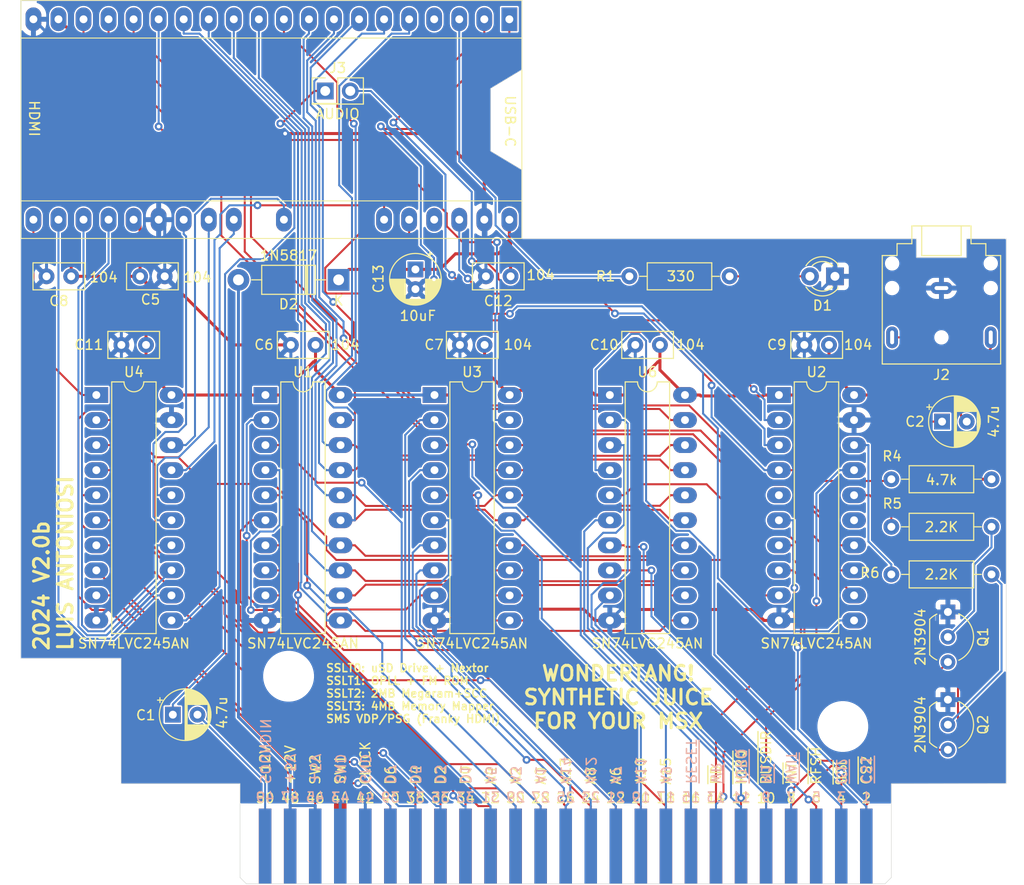
<source format=kicad_pcb>
(kicad_pcb (version 20240108) (generator "pcbnew") (generator_version "8.0")
  (title_block (title "MSX-IDE 2021") (date "2021-08-05") (rev "2.0b _rcc_0") (company "MSXmakers") (comment 1 "Original board design, but sizes reduced and removed solder mask in the edge connenctor."))
  (layers (0 "F.Cu" signal "Top") (31 "B.Cu" signal "Bottom") (34 "B.Paste" user) (35 "F.Paste" user) (36 "B.SilkS" user "B.Silkscreen") (37 "F.SilkS" user "F.Silkscreen") (38 "B.Mask" user) (39 "F.Mask" user) (44 "Edge.Cuts" user))
  (net 0 "")
  (net 1 "+3.3V")
  (net 2 "GND")
  (net 3 "+5V")
  (net 6 "Net-(CON1-SW1)")
  (net 7 "A0")
  (net 10 "MERQ")
  (net 11 "IORQ")
  (net 12 "RD")
  (net 13 "WR")
  (net 14 "RESET")
  (net 15 "CLOCK")
  (net 16 "D0")
  (net 17 "D1")
  (net 18 "D2")
  (net 19 "D3")
  (net 20 "D4")
  (net 21 "D5")
  (net 22 "D6")
  (net 23 "D7")
  (net 24 "A1")
  (net 25 "A2")
  (net 26 "A3")
  (net 27 "A4")
  (net 28 "A5")
  (net 29 "A6")
  (net 30 "A7")
  (net 31 "A9")
  (net 32 "A15")
  (net 33 "A11")
  (net 34 "A10")
  (net 35 "A12")
  (net 36 "A8")
  (net 37 "A14")
  (net 38 "A13")
  (net 39 "M1")
  (net 40 "RFSH")
  (net 41 "CS1")
  (net 42 "CS2")
  (net 43 "CS12")
  (net 44 "SLTSL")
  (net 45 "WAIT")
  (net 46 "INT")
  (net 47 "BUSDIR")
  (net 48 "SLTSL_33")
  (net 49 "CLOCK_33")
  (net 50 "WR_33")
  (net 51 "RD_33")
  (net 52 "D7_33")
  (net 53 "D6_33")
  (net 54 "D5_33")
  (net 55 "D4_33")
  (net 56 "D3_33")
  (net 57 "D2_33")
  (net 58 "D1_33")
  (net 59 "D0_33")
  (net 60 "MP7_33")
  (net 61 "MP6_33")
  (net 62 "MP5_33")
  (net 63 "MP4_33")
  (net 64 "MP3_33")
  (net 65 "MP2_33")
  (net 66 "MP1_33")
  (net 67 "MP0_33")
  (net 68 "MSEL0_33")
  (net 69 "MSEL1_33")
  (net 70 "INT_33")
  (net 71 "BUSDIR_33")
  (net 72 "Net-(J3-Pin_2)")
  (net 73 "WAIT_33")
  (net 74 "SOUNDIN")
  (net 75 "/CART_5V")
  (net 76 "DATADIR")
  (net 77 "LED")
  (net 78 "Net-(D1-A)")
  (net 81 "Net-(J3-Pin_1)")
  (net 82 "Net-(C2-Pad2)")
  (net 85 "Net-(Q1-B)")
  (net 86 "/WAIT_SW")
  (net 87 "MSEL2_33")
  (net 88 "Net-(Q2-B)")
  (net 89 "/INT_SW")
  (footprint "Capacitor_THT:C_Disc_D5.0mm_W2.5mm_P2.50mm" (layer "F.Cu") (at 106.71 74.265 180)
    (property "Reference" "C6")
    (property "Value" "104")
  )
  (footprint "Capacitor_THT:CP_Radial_D5.0mm_P2.50mm" (layer "F.Cu") (at 92.242 111.76)
    (property "Reference" "C1")
    (property "Value" "4.7u")
  )
  (footprint "Diode_THT:D_DO-41_SOD81_P10.16mm_Horizontal" (layer "F.Cu") (at 109.055 67.665 180)
    (property "Reference" "D2")
    (property "Value" "1N5817")
  )
  (footprint "Capacitor_THT:C_Disc_D5.0mm_W2.5mm_P2.50mm" (layer "F.Cu") (at 81.935 67.31 180)
    (property "Reference" "C8")
    (property "Value" "104")
  )
  (footprint "Capacitor_THT:C_Disc_D5.0mm_W2.5mm_P2.50mm" (layer "F.Cu") (at 89.525 74.265 180)
    (property "Reference" "C11")
    (property "Value" "104")
  )
  (footprint "Capacitor_THT:C_Disc_D5.0mm_W2.5mm_P2.50mm" (layer "F.Cu") (at 88.92 67.31)
    (property "Reference" "C5")
    (property "Value" "104")
  )
  (footprint "Package_DIP:DIP-20_W7.62mm_LongPads" (layer "F.Cu") (at 101.63 79.345)
    (property "Reference" "U1")
    (property "Value" "SN74LVC245AN")
  )
  (footprint "Resistor_THT:R_Axial_DIN0207_L6.3mm_D2.5mm_P10.16mm_Horizontal" (layer "F.Cu") (at 165.1 92.71)
    (property "Reference" "R5")
    (property "Value" "2.2K")
  )
  (footprint "Connector_PinHeader_2.54mm:PinHeader_2x01_P2.54mm_Vertical" (layer "F.Cu") (at 107.696 48.514)
    (property "Reference" "J3")
    (property "Value" "AUDIO")
  )
  (footprint "Resistor_THT:R_Axial_DIN0207_L6.3mm_D2.5mm_P10.16mm_Horizontal" (layer "F.Cu") (at 138.54 67.31)
    (property "Reference" "R1")
    (property "Value" "330")
  )
  (footprint "Tang20K:SJ1-3523N" (layer "F.Cu") (at 170.18 68.5 180)
    (property "Reference" "J2")
    (property "Value" "AudioJack3")
  )
  (footprint "Tang20K:CARTRIDGE_MSX_NOCUT" (layer "F.Cu") (at 132.08 124.46)
    (property "Reference" "CON1" (hide yes))
    (property "Value" "MSX-CONNECTOR" (hide yes))
  )
  (footprint "Capacitor_THT:CP_Radial_D5.0mm_P2.00mm" (layer "F.Cu") (at 116.84 66.6089 -90)
    (property "Reference" "C13")
    (property "Value" "10uF")
  )
  (footprint "Package_TO_SOT_THT:TO-92_Inline_Wide" (layer "F.Cu") (at 170.836 110.236 -90)
    (property "Reference" "Q2")
    (property "Value" "2N3904")
  )
  (footprint "Package_DIP:DIP-20_W7.62mm_LongPads" (layer "F.Cu") (at 136.555 79.345)
    (property "Reference" "U6")
    (property "Value" "SN74LVC245AN")
  )
  (footprint "Resistor_THT:R_Axial_DIN0207_L6.3mm_D2.5mm_P10.16mm_Horizontal" (layer "F.Cu") (at 175.26 87.884 180)
    (property "Reference" "R4")
    (property "Value" "4.7k")
  )
  (footprint "Package_DIP:DIP-20_W7.62mm_LongPads" (layer "F.Cu") (at 153.7 79.345)
    (property "Reference" "U2")
    (property "Value" "SN74LVC245AN")
  )
  (footprint "Tang20K:Tang_Nano_20k_Audio" (layer "F.Cu") (at 126.365 41.245 -90)
    (property "Reference" "U5" (hide yes))
    (property "Value" "Tang_Nano_20k")
  )
  (footprint "Capacitor_THT:C_Disc_D5.0mm_W2.5mm_P2.50mm" (layer "F.Cu") (at 123.855 74.265 180)
    (property "Reference" "C7")
    (property "Value" "104")
  )
  (footprint "Capacitor_THT:C_Disc_D5.0mm_W2.5mm_P2.50mm" (layer "F.Cu") (at 141.635 74.265 180)
    (property "Reference" "C10")
    (property "Value" "104")
  )
  (footprint "Capacitor_THT:C_Disc_D5.0mm_W2.5mm_P2.50mm" (layer "F.Cu") (at 158.78 74.265 180)
    (property "Reference" "C9")
    (property "Value" "104")
  )
  (footprint "LED_THT:LED_D3.0mm" (layer "F.Cu") (at 159.385 67.31 180)
    (property "Reference" "D1")
    (property "Value" "uSD")
  )
  (footprint "Capacitor_THT:C_Disc_D5.0mm_W2.5mm_P2.50mm" (layer "F.Cu") (at 126.492 67.31 180)
    (property "Reference" "C12")
    (property "Value" "104")
  )
  (footprint "Package_DIP:DIP-20_W7.62mm_LongPads" (layer "F.Cu") (at 84.485 79.345)
    (property "Reference" "U4")
    (property "Value" "SN74LVC245AN")
  )
  (footprint "Package_DIP:DIP-20_W7.62mm_LongPads" (layer "F.Cu") (at 118.775 79.345)
    (property "Reference" "U3")
    (property "Value" "SN74LVC245AN")
  )
  (footprint "Capacitor_THT:CP_Radial_D5.0mm_P2.50mm" (layer "F.Cu") (at 170.2449 82.042)
    (property "Reference" "C2")
    (property "Value" "4.7u")
  )
  (footprint "Package_TO_SOT_THT:TO-92_Inline_Wide" (layer "F.Cu") (at 170.836 101.346 -90)
    (property "Reference" "Q1")
    (property "Value" "2N3904")
  )
  (footprint "Resistor_THT:R_Axial_DIN0207_L6.3mm_D2.5mm_P10.16mm_Horizontal" (layer "F.Cu") (at 165.1 97.536)
    (property "Reference" "R6")
    (property "Value" "2.2K")
  )
  (gr_line (start 127.635 56.515) (end 124.46 54.61) (stroke (width 0.05)) (layer "Edge.Cuts"))
  (gr_line (start 99.06 128.27) (end 99.695 128.905) (stroke (width 0.05)) (layer "Edge.Cuts"))
  (gr_line (start 127.635 59.69) (end 127.635 56.515) (stroke (width 0.05)) (layer "Edge.Cuts"))
  (gr_line (start 165.1 118.745) (end 176.75 118.745) (stroke (width 0.05)) (layer "Edge.Cuts"))
  (gr_line (start 172.72 63.5) (end 172.72 65.405) (stroke (width 0.05)) (layer "Edge.Cuts"))
  (gr_line (start 127.635 46.355) (end 127.635 39.37) (stroke (width 0.05)) (layer "Edge.Cuts"))
  (gr_line (start 124.46 54.61) (end 124.46 48.26) (stroke (width 0.05)) (layer "Edge.Cuts"))
  (gr_line (start 164.465 128.905) (end 165.1 128.27) (stroke (width 0.05)) (layer "Edge.Cuts"))
  (gr_line (start 76.835 39.37) (end 76.835 106.045) (stroke (width 0.05)) (layer "Edge.Cuts"))
  (gr_line (start 99.695 128.905) (end 164.465 128.905) (stroke (width 0.05)) (layer "Edge.Cuts"))
  (gr_line (start 86.995 118.745) (end 99.06 118.745) (stroke (width 0.05)) (layer "Edge.Cuts"))
  (gr_line (start 76.835 106.045) (end 86.995 106.045) (stroke (width 0.05)) (layer "Edge.Cuts"))
  (gr_line (start 176.75 63.5) (end 172.72 63.5) (stroke (width 0.05)) (layer "Edge.Cuts"))
  (gr_line (start 99.06 118.745) (end 99.06 128.27) (stroke (width 0.05)) (layer "Edge.Cuts"))
  (gr_line (start 172.72 65.405) (end 167.64 65.405) (stroke (width 0.05)) (layer "Edge.Cuts"))
  (gr_line (start 124.46 48.26) (end 127.635 46.355) (stroke (width 0.05)) (layer "Edge.Cuts"))
  (gr_line (start 167.64 63.5) (end 127.635 63.5) (stroke (width 0.05)) (layer "Edge.Cuts"))
  (gr_line (start 165.1 128.27) (end 165.1 118.745) (stroke (width 0.05)) (layer "Edge.Cuts"))
  (gr_line (start 176.75 118.745) (end 176.75 63.5) (stroke (width 0.05)) (layer "Edge.Cuts"))
  (gr_line (start 167.64 65.405) (end 167.64 63.5) (stroke (width 0.05)) (layer "Edge.Cuts"))
  (gr_line (start 127.635 39.37) (end 76.835 39.37) (stroke (width 0.05)) (layer "Edge.Cuts"))
  (gr_line (start 127.635 63.5) (end 127.635 59.69) (stroke (width 0.05)) (layer "Edge.Cuts"))
  (gr_line (start 86.995 106.045) (end 86.995 118.745) (stroke (width 0.05)) (layer "Edge.Cuts"))
  (gr_text "1" (at 162.56 120.142 0) (layer "B.SilkS") (effects (font (size 1 1)) (justify mirror)))
  (gr_text "~{M1}" (at 152.4 118.872 270) (layer "B.SilkS") (effects (font (size 1 1)) (justify left mirror)))
  (gr_text "A5" (at 124.46 118.872 -90) (layer "B.SilkS") (effects (font (size 1 1)) (justify left mirror)))
  (gr_text "23" (at 134.62 120.142 0) (layer "B.SilkS") (effects (font (size 1 1)) (justify mirror)))
  (gr_text "D3" (at 119.38 118.872 -90) (layer "B.SilkS") (effects (font (size 1 1)) (justify left mirror)))
  (gr_text "+5V" (at 104.14 118.872 270) (layer "B.SilkS") (effects (font (size 1 1)) (justify left mirror)))
  (gr_text "9" (at 152.4 120.142 0) (layer "B.SilkS") (effects (font (size 1 1)) (justify mirror)))
  (gr_text "D5" (at 116.84 118.872 -90) (layer "B.SilkS") (effects (font (size 1 1)) (justify left mirror)))
  (gr_text "5" (at 157.48 120.142 0) (layer "B.SilkS") (effects (font (size 1 1)) (justify mirror)))
  (gr_text "SOUNDIN" (at 101.6 118.872 270) (layer "B.SilkS") (effects (font (size 1 1)) (justify left mirror)))
  (gr_text "A9" (at 142.24 118.872 -90) (layer "B.SilkS") (effects (font (size 1 1)) (justify left mirror)))
  (gr_text "~{RESET}" (at 144.78 118.872 270) (layer "B.SilkS") (effects (font (size 1 1)) (justify left mirror)))
  (gr_text "~{CS12}" (at 160.02 118.872 270) (layer "B.SilkS") (effects (font (size 1 0.65) (thickness 0.145)) (justify left mirror)))
  (gr_text "D1" (at 121.92 118.872 -90) (layer "B.SilkS") (effects (font (size 1 1)) (justify left mirror)))
  (gr_text "21" (at 137.16 120.142 0) (layer "B.SilkS") (effects (font (size 1 1)) (justify mirror)))
  (gr_text "41" (at 111.76 120.142 0) (layer "B.SilkS") (effects (font (size 1 1)) (justify mirror)))
  (gr_text "39" (at 114.3 120.142 0) (layer "B.SilkS") (effects (font (size 1 1)) (justify mirror)))
  (gr_text "~{WR}" (at 147.32 118.872 270) (layer "B.SilkS") (effects (font (size 1 1)) (justify left mirror)))
  (gr_text "3" (at 160.02 120.142 0) (layer "B.SilkS") (effects (font (size 1 1)) (justify mirror)))
  (gr_text "15" (at 144.78 120.142 0) (layer "B.SilkS") (effects (font (size 1 1)) (justify mirror)))
  (gr_text "25" (at 132.08 120.142 0) (layer "B.SilkS") (effects (font (size 1 1)) (justify mirror)))
  (gr_text "A3" (at 127 118.872 -90) (layer "B.SilkS") (effects (font (size 1 1)) (justify left mirror)))
  (gr_text "13" (at 147.32 120.142 0) (layer "B.SilkS") (effects (font (size 1 1)) (justify mirror)))
  (gr_text "GND" (at 109.22 118.872 -90) (layer "B.SilkS") (effects (font (size 1 1)) (justify left mirror)))
  (gr_text "~{CS1}" (at 162.56 118.872 270) (layer "B.SilkS") (effects (font (size 1 1)) (justify left mirror)))
  (gr_text "A7" (at 137.16 118.872 -90) (layer "B.SilkS") (effects (font (size 1 1)) (justify left mirror)))
  (gr_text "45" (at 106.68 120.142 0) (layer "B.SilkS") (effects (font (size 1 1)) (justify mirror)))
  (gr_text "7" (at 154.94 120.142 0) (layer "B.SilkS") (effects (font (size 1 1)) (justify mirror)))
  (gr_text "~{IORQ}" (at 149.86 118.872 270) (layer "B.SilkS") (effects (font (size 1 1)) (justify left mirror)))
  (gr_text "31" (at 124.46 120.142 0) (layer "B.SilkS") (effects (font (size 1 1)) (justify mirror)))
  (gr_text "A14" (at 132.08 118.872 -90) (layer "B.SilkS") (effects (font (size 1 1)) (justify left mirror)))
  (gr_text "A12" (at 134.62 118.872 -90) (layer "B.SilkS") (effects (font (size 1 1)) (justify left mirror)))
  (gr_text "A1" (at 129.54 118.872 -90) (layer "B.SilkS") (effects (font (size 1 1)) (justify left mirror)))
  (gr_text "GND" (at 111.76 118.872 -90) (layer "B.SilkS") (effects (font (size 1 1)) (justify left mirror)))
  (gr_text "33" (at 121.92 120.142 0) (layer "B.SilkS") (effects (font (size 1 1)) (justify mirror)))
  (gr_text "35" (at 119.38 120.142 0) (layer "B.SilkS") (effects (font (size 1 1)) (justify mirror)))
  (gr_text "43" (at 109.22 120.157 0) (layer "B.SilkS") (effects (font (size 1 1)) (justify mirror)))
  (gr_text "37" (at 116.84 120.142 0) (layer "B.SilkS") (effects (font (size 1 1)) (justify mirror)))
  (gr_text "A11" (at 139.7 118.872 -90) (layer "B.SilkS") (effects (font (size 1 1)) (justify left mirror)))
  (gr_text "~{WAIT}" (at 154.94 118.872 270) (layer "B.SilkS") (effects (font (size 1 1)) (justify left mirror)))
  (gr_text "11" (at 149.86 120.142 0) (layer "B.SilkS") (effects (font (size 1 1)) (justify mirror)))
  (gr_text "47" (at 104.14 120.142 0) (layer "B.SilkS") (effects (font (size 1 1)) (justify mirror)))
  (gr_text "17" (at 142.24 120.142 0) (layer "B.SilkS") (effects (font (size 1 1)) (justify mirror)))
  (gr_text "19" (at 139.7 120.142 0) (layer "B.SilkS") (effects (font (size 1 1)) (justify mirror)))
  (gr_text "+5V" (at 106.68 118.872 270) (layer "B.SilkS") (effects (font (size 1 1)) (justify left mirror)))
  (gr_text "49" (at 101.6 120.142 0) (layer "B.SilkS") (effects (font (size 1 1)) (justify mirror)))
  (gr_text "27" (at 129.54 120.142 0) (layer "B.SilkS") (effects (font (size 1 1)) (justify mirror)))
  (gr_text "29" (at 127 120.142 0) (layer "B.SilkS") (effects (font (size 1 1)) (justify mirror)))
  (gr_text "D7" (at 114.3 118.872 -90) (layer "B.SilkS") (effects (font (size 1 1)) (justify left mirror)))
  (gr_text "20" (at 139.7 120.22 0) (layer "F.SilkS") (effects (font (size 1 1))))
  (gr_text "+12V" (at 104.14 118.95 90) (layer "F.SilkS") (effects (font (size 1 1)) (justify left)))
  (gr_text "12" (at 149.86 120.22 0) (layer "F.SilkS") (effects (font (size 1 1))))
  (gr_text "14" (at 147.32 120.22 0) (layer "F.SilkS") (effects (font (size 1 1))))
  (gr_text "42" (at 111.76 120.22 0) (layer "F.SilkS") (effects (font (size 1 1))))
  (gr_text "SW2" (at 106.68 118.95 90) (layer "F.SilkS") (effects (font (size 1 1)) (justify left)))
  (gr_text "22" (at 137.16 120.22 0) (layer "F.SilkS") (effects (font (size 1 1))))
  (gr_text "A8" (at 134.62 118.95 90) (layer "F.SilkS") (effects (font (size 1 1)) (justify left)))
  (gr_text "A15" (at 142.24 118.95 90) (layer "F.SilkS") (effects (font (size 1 1)) (justify left)))
  (gr_text "-12V" (at 101.6 118.95 90) (layer "F.SilkS") (effects (font (size 1 1)) (justify left)))
  (gr_text "38" (at 116.84 120.22 0) (layer "F.SilkS") (effects (font (size 1 1))))
  (gr_text "~{CS2}" (at 162.56 118.95 90) (layer "F.SilkS") (effects (font (size 1 1)) (justify left)))
  (gr_text "30" (at 127 120.22 0) (layer "F.SilkS") (effects (font (size 1 1))))
  (gr_text "D4" (at 116.84 118.95 90) (layer "F.SilkS") (effects (font (size 1 1)) (justify left)))
  (gr_text "CLOCK" (at 111.76 118.95 90) (layer "F.SilkS") (effects (font (size 1 0.9)) (justify left)))
  (gr_text "A10" (at 139.7 118.95 90) (layer "F.SilkS") (effects (font (size 1 1)) (justify left)))
  (gr_text "44" (at 109.22 120.235 0) (layer "F.SilkS") (effects (font (size 1 1))))
  (gr_text "24" (at 134.62 120.22 0) (layer "F.SilkS") (effects (font (size 1 1))))
  (gr_text "48" (at 104.14 120.22 0) (layer "F.SilkS") (effects (font (size 1 1))))
  (gr_text "46" (at 106.68 120.22 0) (layer "F.SilkS") (effects (font (size 1 1))))
  (gr_text "8" (at 154.94 120.22 0) (layer "F.SilkS") (effects (font (size 1 1))))
  (gr_text "34" (at 121.92 120.22 0) (layer "F.SilkS") (effects (font (size 1 1))))
  (gr_text "~{BUSDIR}" (at 152.4 118.95 90) (layer "F.SilkS") (effects (font (size 1 1)) (justify left)))
  (gr_text "28" (at 129.54 120.22 0) (layer "F.SilkS") (effects (font (size 1 1))))
  (gr_text "50" (at 101.6 120.22 0) (layer "F.SilkS") (effects (font (size 1 1))))
  (gr_text "36" (at 119.38 120.22 0) (layer "F.SilkS") (effects (font (size 1 1))))
  (gr_text "D2" (at 119.38 118.95 90) (layer "F.SilkS") (effects (font (size 1 1)) (justify left)))
  (gr_text "A13" (at 132.08 118.95 90) (layer "F.SilkS") (effects (font (size 1 1)) (justify left)))
  (gr_text "A0" (at 129.54 118.95 90) (layer "F.SilkS") (effects (font (size 1 1)) (justify left)))
  (gr_text "A6" (at 137.16 118.95 90) (layer "F.SilkS") (effects (font (size 1 1)) (justify left)))
  (gr_text "18" (at 142.24 120.22 0) (layer "F.SilkS") (effects (font (size 1 1))))
  (gr_text "2" (at 162.56 120.22 0) (layer "F.SilkS") (effects (font (size 1 1))))
  (gr_text "~{RD}" (at 147.32 118.95 90) (layer "F.SilkS") (effects (font (size 1 1)) (justify left)))
  (gr_text "26" (at 132.08 120.22 0) (layer "F.SilkS") (effects (font (size 1 1))))
  (gr_text "4" (at 160.02 120.22 0) (layer "F.SilkS") (effects (font (size 1 1))))
  (gr_text "40" (at 114.3 120.22 0) (layer "F.SilkS") (effects (font (size 1 1))))
  (gr_text "~{INT}" (at 154.94 118.95 90) (layer "F.SilkS") (effects (font (size 1 1)) (justify left)))
  (gr_text "32" (at 124.46 120.22 0) (layer "F.SilkS") (effects (font (size 1 1))))
  (gr_text "2024 V2.0b\nLUIS ANTONIOSI" (at 82.225 105.41 90) (layer "F.SilkS") (effects (font (size 1.5 1.5) (thickness 0.3) (bold yes)) (justify left bottom)))
  (gr_text "SW1" (at 109.22 118.95 90) (layer "F.SilkS") (effects (font (size 1 1)) (justify left)))
  (gr_text "D6" (at 114.3 118.95 90) (layer "F.SilkS") (effects (font (size 1 1)) (justify left)))
  (gr_text "~{RFSH}" (at 157.48 118.95 90) (layer "F.SilkS") (effects (font (size 1 1)) (justify left)))
  (gr_text "SSLT0: uSD Drive + Nextor\nSSLT1: OPLL + FM ROM\nSSLT2: 2MB Megaram+SCC\nSSLT3: 4MB Memory Mapper\nSMS VDP/PSG (Franky HDMI)" (at 107.696 112.649 0) (layer "F.SilkS") (effects (font (size 0.8 0.8) (thickness 0.16) (bold yes)) (justify left bottom)))
  (gr_text "6" (at 157.48 120.22 0) (layer "F.SilkS") (effects (font (size 1 1))))
  (gr_text "A4" (at 124.46 118.95 90) (layer "F.SilkS") (effects (font (size 1 1)) (justify left)))
  (gr_text "A2" (at 127 118.95 90) (layer "F.SilkS") (effects (font (size 1 1)) (justify left)))
  (gr_text "16" (at 144.78 120.22 0) (layer "F.SilkS") (effects (font (size 1 1))))
  (gr_text "WONDERTANG!\nSYNTHETIC JUICE\nFOR YOUR MSX" (at 137.414 113.284 0) (layer "F.SilkS") (effects (font (size 1.5 1.5) (thickness 0.3) (bold yes)) (justify bottom)))
  (gr_text "~{SLTSL}" (at 160.02 118.95 90) (layer "F.SilkS") (effects (font (size 1 0.58) (thickness 0.145) (bold yes)) (justify left)))
  (gr_text "10" (at 152.4 120.22 0) (layer "F.SilkS") (effects (font (size 1 1))))
  (gr_text "D0" (at 121.92 118.95 90) (layer "F.SilkS") (effects (font (size 1 1)) (justify left)))
  (gr_text "~{MERQ}" (at 149.86 118.95 90) (layer "F.SilkS") (effects (font (size 1 0.85)) (justify left)))
  (segment (start 123.855 74.265) (end 123.855 76.805) (width 0.3048) (layer "F.Cu") (net 1))
  (segment (start 81.935 67.31) (end 81.935 42.535) (width 0.3048) (layer "F.Cu") (net 1))
  (segment (start 89.525 74.265) (end 89.525 67.915) (width 0.3048) (layer "F.Cu") (net 1))
  (segment (start 158.78 74.265) (end 158.78 76.805) (width 0.3048) (layer "F.Cu") (net 1))
  (segment (start 88.92 67.31) (end 88.92 62.22) (width 0.3048) (layer "F.Cu") (net 1))
  (segment (start 89.525 76.765) (end 92.105 79.345) (width 0.3048) (layer "F.Cu") (net 1))
  (segment (start 134.5751 78.8716) (end 135.0485 79.345) (width 0.3048) (layer "F.Cu") (net 1))
  (segment (start 123.855 75.9731) (end 123.6534 75.9731) (width 0.3048) (layer "F.Cu") (net 1))
  (segment (start 89.525 67.915) (end 88.92 67.31) (width 0.3048) (layer "F.Cu") (net 1))
  (segment (start 141.635 75.9731) (end 141.4334 75.9731) (width 0.3048) (layer "F.Cu") (net 1))
  (segment (start 106.5084 75.9731) (end 103.1365 79.345) (width 0.3048) (layer "F.Cu") (net 1))
  (segment (start 123.855 76.805) (end 126.395 79.345) (width 0.3048) (layer "F.Cu") (net 1))
  (segment (start 101.63 79.345) (end 103.1365 79.345) (width 0.3048) (layer "F.Cu") (net 1))
  (segment (start 106.71 76.805) (end 109.25 79.345) (width 0.3048) (layer "F.Cu") (net 1))
  (segment (start 88.92 62.22) (end 88.265 61.565) (width 0.3048) (layer "F.Cu") (net 1))
  (segment (start 152.0999 79.4386) (end 152.1935 79.345) (width 0.3048) (layer "F.Cu") (net 1))
  (segment (start 136.555 79.345) (end 138.0615 79.345) (width 0.3048) (layer "F.Cu") (net 1))
  (segment (start 136.555 79.345) (end 135.0485 79.345) (width 0.3048) (layer "F.Cu") (net 1))
  (segment (start 118.775 79.345) (end 120.2815 79.345) (width 0.3048) (layer "F.Cu") (net 1))
  (segment (start 144.175 79.345) (end 145.6815 79.345) (width 0.3048) (layer "F.Cu") (net 1))
  (segment (start 88.92 67.31) (end 81.935 67.31) (width 0.3048) (layer "F.Cu") (net 1))
  (segment (start 123.6534 75.9731) (end 120.2815 79.345) (width 0.3048) (layer "F.Cu") (net 1))
  (segment (start 141.635 76.805) (end 144.175 79.345) (width 0.3048) (layer "F.Cu") (net 1))
  (segment (start 153.7 79.345) (end 155.2065 79.345) (width 0.3048) (layer "F.Cu") (net 1))
  (segment (start 162.8265 79.345) (end 171.3655 87.884) (width 0.3048) (layer "F.Cu") (net 1))
  (segment (start 158.78 76.805) (end 161.32 79.345) (width 0.3048) (layer "F.Cu") (net 1))
  (segment (start 153.7 79.345) (end 152.1935 79.345) (width 0.3048) (layer "F.Cu") (net 1))
  (segment (start 106.71 75.9731) (end 106.5084 75.9731) (width 0.3048) (layer "F.Cu") (net 1))
  (segment (start 141.635 74.265) (end 141.635 76.805) (width 0.3048) (layer "F.Cu") (net 1))
  (segment (start 101.63 79.345) (end 92.105 79.345) (width 0.3048) (layer "F.Cu") (net 1))
  (segment (start 158.5784 75.9731) (end 155.2065 79.345) (width 0.3048) (layer "F.Cu") (net 1))
  (segment (start 81.935 42.535) (end 80.645 41.245) (width 0.3048) (layer "F.Cu") (net 1))
  (segment (start 158.78 75.9731) (end 158.5784 75.9731) (width 0.3048) (layer "F.Cu") (net 1))
  (segment (start 141.4334 75.9731) (end 138.0615 79.345) (width 0.3048) (layer "F.Cu") (net 1))
  (segment (start 89.525 74.265) (end 89.525 76.765) (width 0.3048) (layer "F.Cu") (net 1))
  (segment (start 106.71 74.265) (end 106.71 76.805) (width 0.3048) (layer "F.Cu") (net 1))
  (segment (start 145.7751 79.4386) (end 152.0999 79.4386) (width 0.3048) (layer "F.Cu") (net 1))
  (segment (start 161.32 79.345) (end 162.8265 79.345) (width 0.3048) (layer "F.Cu") (net 1))
  (segment (start 145.6815 79.345) (end 145.7751 79.4386) (width 0.3048) (layer "F.Cu") (net 1))
  (segment (start 171.3655 87.884) (end 175.26 87.884) (width 0.3048) (layer "F.Cu") (net 1))
  (segment (start 125.9216 78.8716) (end 134.5751 78.8716) (width 0.3048) (layer "F.Cu") (net 1))
  (segment (start 118.775 79.345) (end 109.25 79.345) (width 0.3048) (layer "B.Cu") (net 1))
  (segment (start 153.7 102.205) (end 152.1935 102.205) (width 0.3048) (layer "F.Cu") (net 2))
  (segment (start 123.825 61.565) (end 123.825 57.531) (width 0.3048) (layer "F.Cu") (net 2))
  (segment (start 133.9077 101.0642) (end 135.0485 102.205) (width 0.3048) (layer "F.Cu") (net 2))
  (segment (start 139.1727 101.0938) (end 151.0823 101.0938) (width 0.3048) (layer "F.Cu") (net 2))
  (segment (start 151.0823 101.0938) (end 152.1935 102.205) (width 0.3048) (layer "F.Cu") (net 2))
  (segment (start 98.375 74.265) (end 104.21 74.265) (width 0.3048) (layer "F.Cu") (net 2))
  (segment (start 136.555 102.205) (end 138.0615 102.205) (width 0.3048) (layer "F.Cu") (net 2))
  (segment (start 118.775 102.205) (end 120.2815 102.205) (width 0.3048) (layer "F.Cu") (net 2))
  (segment (start 91.42 67.31) (end 98.375 74.265) (width 0.3048) (layer "F.Cu") (net 2))
  (segment (start 121.4223 101.0642) (end 133.9077 101.0642) (width 0.3048) (layer "F.Cu") (net 2))
  (segment (start 138.0615 102.205) (end 139.1727 101.0938) (width 0.3048) (layer "F.Cu") (net 2))
  (segment (start 123.825 57.531) (end 119.126 52.832) (width 0.3048) (layer "F.Cu") (net 2))
  (segment (start 119.126 52.832) (end 103.632 52.832) (width 0.3048) (layer "F.Cu") (net 2))
  (segment (start 120.2815 102.205) (end 121.4223 101.0642) (width 0.3048) (layer "F.Cu") (net 2))
  (segment (start 136.555 102.205) (end 135.0485 102.205) (width 0.3048) (layer "F.Cu") (net 2))
  (via (at 103.632 52.832) (size 0.7874) (drill 0.381) (layers "F.Cu" "B.Cu") (net 2))
  (segment (start 123.992 61.732) (end 123.825 61.565) (width 0.3048) (layer "B.Cu") (net 2))
  (segment (start 170.836 101.346) (end 169.8947 101.346) (width 0.3048) (layer "B.Cu") (net 2))
  (segment (start 90.805 55.499) (end 90.805 61.565) (width 0.3048) (layer "B.Cu") (net 2))
  (segment (start 79.435 67.31) (end 79.435 49.022) (width 0.3048) (layer "B.Cu") (net 2))
  (segment (start 104.21 74.265) (end 104.21 99.625) (width 0.3048) (layer "B.Cu") (net 2))
  (segment (start 87.025 71.705) (end 87.025 74.265) (width 0.3048) (layer "B.Cu") (net 2))
  (segment (start 170.975 67.31) (end 172.165 68.5) (width 0.3048) (layer "B.Cu") (net 2))
  (segment (start 87.025 74.265) (end 87.025 99.665) (width 0.3048) (layer "B.Cu") (net 2))
  (segment (start 82.804 52.832) (end 88.138 52.832) (width 0.3048) (layer "B.Cu") (net 2))
  (segment (start 109.7358 108.8043) (end 103.1365 102.205) (width 0.3048) (layer "B.Cu") (net 2))
  (segment (start 156.28 99.625) (end 153.7 102.205) (width 0.3048) (layer "B.Cu") (net 2))
  (segment (start 156.28 74.265) (end 156.28 70.415) (width 0.3048) (layer "B.Cu") (net 2))
  (segment (start 122.693112 68.608888) (end 116.84 68.608888) (width 0.3048) (layer "B.Cu") (net 2))
  (segment (start 121.3721 68.6089) (end 121.355 68.626) (width 0.3048) (layer "B.Cu") (net 2))
  (segment (start 91.42 62.18) (end 90.805 61.565) (width 0.3048) (layer "B.Cu") (net 2))
  (segment (start 90.3127 81.5992) (end 90.5985 81.885) (width 0.3048) (layer "B.Cu") (net 2))
  (segment (start 109.7358 119.6961) (end 109.7358 108.8043) (width 0.3048) (layer "B.Cu") (net 2))
  (segment (start 169.781 101.346) (end 169.7795 101.3475) (width 0.3048) (layer "B.Cu") (net 2))
  (segment (start 79.435 49.022) (end 79.435 42.575) (width 0.3048) (layer "B.Cu") (net 2))
  (segment (start 109.22 125.095) (end 109.22 120.2119) (width 0.3048) (layer "B.Cu") (net 2))
  (segment (start 92.105 81.885) (end 90.5985 81.885) (width 0.3048) (layer "B.Cu") (net 2))
  (segment (start 91.42 67.31) (end 91.42 62.18) (width 0.3048) (layer "B.Cu") (net 2))
  (segment (start 79.435 42.575) (end 78.105 41.245) (width 0.3048) (layer "B.Cu") (net 2))
  (segment (start 91.42 67.31) (end 87.025 71.705) (width 0.3048) (layer "B.Cu") (net 2))
  (segment (start 121.355 99.625) (end 118.775 102.205) (width 0.3048) (layer "B.Cu") (net 2))
  (segment (start 123.992 67.31) (end 122.693112 68.608888) (width 0.3048) (layer "B.Cu") (net 2))
  (segment (start 88.138 52.832) (end 103.632 52.832) (width 0.3048) (layer "B.Cu") (net 2))
  (segment (start 109.22 120.2119) (end 109.7358 119.6961) (width 0.3048) (layer "B.Cu") (net 2))
  (segment (start 121.355 74.265) (end 121.355 99.625) (width 0.3048) (layer "B.Cu") (net 2))
  (segment (start 170.836 110.236) (end 170.836 109.1795) (width 0.3048) (layer "B.Cu") (net 2))
  (segment (start 169.7795 101.3475) (end 169.7795 108.123) (width 0.3048) (layer "B.Cu") (net 2))
  (segment (start 79.435 49.463) (end 79.435 49.022) (width 0.3048) (layer "B.Cu") (net 2))
  (segment (start 169.367 100.935) (end 169.7795 101.3475) (width 0.3048) (layer "B.Cu") (net 2))
  (segment (start 154.97 100.935) (end 169.367 100.935) (width 0.3048) (layer "B.Cu") (net 2))
  (segment (start 109.7358 119.6961) (end 111.3241 119.6961) (width 0.3048) (layer "B.Cu") (net 2))
  (segment (start 79.435 49.463) (end 82.804 52.832) (width 0.3048) (layer "B.Cu") (net 2))
  (segment (start 156.28 81.885) (end 161.32 81.885) (width 0.3048) (layer "B.Cu") (net 2))
  (segment (start 87.025 99.665) (end 84.485 102.205) (width 0.3048) (layer "B.Cu") (net 2))
  (segment (start 159.385 67.31) (end 170.975 67.31) (width 0.3048) (layer "B.Cu") (net 2))
  (segment (start 101.63 102.205) (end 103.1365 102.205) (width 0.3048) (layer "B.Cu") (net 2))
  (segment (start 169.8947 101.346) (end 169.781 101.346) (width 0.3048) (layer "B.Cu") (net 2))
  (segment (start 139.135 99.625) (end 136.555 102.205) (width 0.3048) (layer "B.Cu") (net 2))
  (segment (start 111.3241 119.6961) (end 111.76 120.132) (width 0.3048) (layer "B.Cu") (net 2))
  (segment (start 88.138 52.832) (end 90.805 55.499) (width 0.3048) (layer "B.Cu") (net 2))
  (segment (start 121.355 68.626) (end 121.355 74.265) (width 0.3048) (layer "B.Cu") (net 2))
  (segment (start 87.025 81.5992) (end 90.3127 81.5992) (width 0.3048) (layer "B.Cu") (net 2))
  (segment (start 169.7795 108.123) (end 170.836 109.1795) (width 0.3048) (layer "B.Cu") (net 2))
  (segment (start 156.28 74.265) (end 156.28 99.625) (width 0.3048) (layer "B.Cu") (net 2))
  (segment (start 123.992 67.31) (end 123.992 61.732) (width 0.3048) (layer "B.Cu") (net 2))
  (segment (start 139.135 74.265) (end 139.135 99.625) (width 0.3048) (layer "B.Cu") (net 2))
  (segment (start 104.21 99.625) (end 101.63 102.205) (width 0.3048) (layer "B.Cu") (net 2))
  (segment (start 111.76 120.132) (end 111.76 125.095) (width 0.3048) (layer "B.Cu") (net 2))
  (segment (start 156.28 70.415) (end 159.385 67.31) (width 0.3048) (layer "B.Cu") (net 2))
  (segment (start 79.435 49.022) (end 79.435 49.463) (width 0.3048) (layer "B.Cu") (net 2))
  (segment (start 126.492 63.754) (end 126.365 63.627) (width 0.3048) (layer "F.Cu") (net 3))
  (segment (start 119.319112 66.608888) (end 120.904 65.024) (width 0.3048) (layer "F.Cu") (net 3))
  (segment (start 116.84 66.608888) (end 119.319112 66.608888) (width 0.3048) (layer "F.Cu") (net 3))
  (segment (start 126.238 64.008) (end 126.238 63.754) (width 0.3048) (layer "F.Cu") (net 3))
  (segment (start 125.222 65.024) (end 126.238 64.008) (width 0.3048) (layer "F.Cu") (net 3))
  (segment (start 110.111112 66.608888) (end 109.055 67.665) (width 0.3048) (layer "F.Cu") (net 3))
  (segment (start 120.904 65.024) (end 125.222 65.024) (width 0.3048) (layer "F.Cu") (net 3))
  (segment (start 126.365 63.627) (end 126.365 61.565) (width 0.3048) (layer "F.Cu") (net 3))
  (segment (start 126.238 63.754) (end 126.365 63.627) (width 0.3048) (layer "F.Cu") (net 3))
  (segment (start 116.84 66.608888) (end 110.111112 66.608888) (width 0.3048) (layer "F.Cu") (net 3))
  (segment (start 126.492 67.31) (end 126.492 63.754) (width 0.3048) (layer "F.Cu") (net 3))
  (segment (start 107.2032 119.7593) (end 109.22 119.7593) (width 0.2032) (layer "F.Cu") (net 6))
  (segment (start 106.68 120.2825) (end 107.2032 119.7593) (width 0.2032) (layer "F.Cu") (net 6))
  (segment (start 109.22 123.825) (end 109.22 119.7593) (width 0.2032) (layer "F.Cu") (net 6))
  (segment (start 106.68 125.095) (end 106.68 120.2825) (width 0.2032) (layer "F.Cu") (net 6))
  (segment (start 125.2853 116.7746) (end 119.9672 116.7746) (width 0.2032) (layer "F.Cu") (net 7))
  (segment (start 100.832 100.7694) (end 99.7314 99.6688) (width 0.2032) (layer "F.Cu") (net 7))
  (segment (start 129.54 121.0293) (end 125.2853 116.7746) (width 0.2032) (layer "F.Cu") (net 7))
  (segment (start 99.7314 99.6688) (end 99.7314 93.6082) (width 0.2032) (layer "F.Cu") (net 7))
  (segment (start 119.9672 116.7746) (end 103.962 100.7694) (width 0.2032) (layer "F.Cu") (net 7))
  (segment (start 129.54 125.095) (end 129.54 121.0293) (width 0.2032) (layer "F.Cu") (net 7))
  (segment (start 103.962 100.7694) (end 100.832 100.7694) (width 0.2032) (layer "F.Cu") (net 7))
  (via (at 99.7314 93.6082) (size 0.7874) (drill 0.381) (layers "F.Cu" "B.Cu") (net 7))
  (segment (start 100.1743 81.885) (end 99.7314 82.3279) (width 0.2032) (layer "B.Cu") (net 7))
  (segment (start 99.7314 82.3279) (end 99.7314 93.6082) (width 0.2032) (layer "B.Cu") (net 7))
  (segment (start 101.63 81.885) (end 100.1743 81.885) (width 0.2032) (layer "B.Cu") (net 7))
  (segment (start 149.86 125.095) (end 149.86 120.217) (width 0.2032) (layer "F.Cu") (net 10))
  (via (at 149.86 120.217) (size 0.7874) (drill 0.381) (layers "F.Cu" "B.Cu") (net 10))
  (segment (start 137.2206 98.395) (end 138.368 97.2476) (width 0.2032) (layer "B.Cu") (net 10))
  (segment (start 134.7053 102.8585) (end 134.7053 99.596) (width 0.2032) (layer "B.Cu") (net 10))
  (segment (start 149.86 118.0132) (end 134.7053 102.8585) (width 0.2032) (layer "B.Cu") (net 10))
  (segment (start 134.7053 99.596) (end 135.9063 98.395) (width 0.2032) (layer "B.Cu") (net 10))
  (segment (start 138.368 82.2423) (end 138.0107 81.885) (width 0.2032) (layer "B.Cu") (net 10))
  (segment (start 135.9063 98.395) (end 137.2206 98.395) (width 0.2032) (layer "B.Cu") (net 10))
  (segment (start 136.555 81.885) (end 138.0107 81.885) (width 0.2032) (layer "B.Cu") (net 10))
  (segment (start 138.368 97.2476) (end 138.368 82.2423) (width 0.2032) (layer "B.Cu") (net 10))
  (segment (start 149.86 120.217) (end 149.86 118.0132) (width 0.2032) (layer "B.Cu") (net 10))
  (segment (start 148.8421 120.1482) (end 148.8421 117.5211) (width 0.2032) (layer "B.Cu") (net 11))
  (segment (start 138.0107 92.4859) (end 138.0107 84.425) (width 0.2032) (layer "B.Cu") (net 11))
  (segment (start 149.86 125.095) (end 149.86 121.0293) (width 0.2032) (layer "B.Cu") (net 11))
  (segment (start 135.8811 93.315) (end 137.1816 93.315) (width 0.2032) (layer "B.Cu") (net 11))
  (segment (start 149.7232 121.0293) (end 148.8421 120.1482) (width 0.2032) (layer "B.Cu") (net 11))
  (segment (start 149.86 121.0293) (end 149.7232 121.0293) (width 0.2032) (layer "B.Cu") (net 11))
  (segment (start 134.3186 94.8775) (end 135.8811 93.315) (width 0.2032) (layer "B.Cu") (net 11))
  (segment (start 148.8421 117.5211) (end 134.3186 102.9976) (width 0.2032) (layer "B.Cu") (net 11))
  (segment (start 134.3186 102.9976) (end 134.3186 94.8775) (width 0.2032) (layer "B.Cu") (net 11))
  (segment (start 137.1816 93.315) (end 138.0107 92.4859) (width 0.2032) (layer "B.Cu") (net 11))
  (segment (start 136.555 84.425) (end 138.0107 84.425) (width 0.2032) (layer "B.Cu") (net 11))
  (segment (start 147.32 125.095) (end 147.32 121.0293) (width 0.2032) (layer "F.Cu") (net 12))
  (segment (start 155.2678 104.3566) (end 155.2678 98.8952) (width 0.2032) (layer "F.Cu") (net 12))
  (segment (start 147.32 121.0293) (end 147.32 112.3044) (width 0.2032) (layer "F.Cu") (net 12))
  (segment (start 147.32 112.3044) (end 155.2678 104.3566) (width 0.2032) (layer "F.Cu") (net 12))
  (via (at 155.2678 98.8952) (size 0.7874) (drill 0.381) (layers "F.Cu" "B.Cu") (net 12))
  (segment (start 155.1557 98.7831) (end 155.2678 98.8952) (width 0.2032) (layer "B.Cu") (net 12))
  (segment (start 153.7 92.045) (end 155.1557 92.045) (width 0.2032) (layer "B.Cu") (net 12))
  (segment (start 155.1557 92.045) (end 155.1557 98.7831) (width 0.2032) (layer "B.Cu") (net 12))
  (segment (start 148.0811 115.6243) (end 156.285 107.4204) (width 0.2032) (layer "F.Cu") (net 13))
  (segment (start 155.1557 96.0407) (end 155.1557 94.585) (width 0.2032) (layer "F.Cu") (net 13))
  (segment (start 156.285 107.4204) (end 156.285 97.17) (width 0.2032) (layer "F.Cu") (net 13))
  (segment (start 156.285 97.17) (end 155.1557 96.0407) (width 0.2032) (layer "F.Cu") (net 13))
  (segment (start 148.0811 120.0763) (end 148.0811 115.6243) (width 0.2032) (layer "F.Cu") (net 13))
  (segment (start 153.7 94.585) (end 155.1557 94.585) (width 0.2032) (layer "F.Cu") (net 13))
  (via (at 148.0811 120.0763) (size 0.7874) (drill 0.381) (layers "F.Cu" "B.Cu") (net 13))
  (segment (start 147.32 125.095) (end 147.32 120.8374) (width 0.2032) (layer "B.Cu") (net 13))
  (segment (start 147.32 120.8374) (end 148.0811 120.0763) (width 0.2032) (layer "B.Cu") (net 13))
  (segment (start 133.9613 103.5447) (end 144.78 114.3634) (width 0.2032) (layer "B.Cu") (net 14))
  (segment (start 135.0993 92.045) (end 133.9613 93.183) (width 0.2032) (layer "B.Cu") (net 14))
  (segment (start 144.78 125.095) (end 144.78 121.0293) (width 0.2032) (layer "B.Cu") (net 14))
  (segment (start 144.78 114.3634) (end 144.78 121.0293) (width 0.2032) (layer "B.Cu") (net 14))
  (segment (start 136.555 92.045) (end 135.0993 92.045) (width 0.2032) (layer "B.Cu") (net 14))
  (segment (start 133.9613 93.183) (end 133.9613 103.5447) (width 0.2032) (layer "B.Cu") (net 14))
  (segment (start 90.4728 85.6586) (end 85.5929 80.7787) (width 0.2032) (layer "F.Cu") (net 15))
  (segment (start 82.669 99.7581) (end 84.0602 101.1493) (width 0.2032) (layer "F.Cu") (net 15))
  (segment (start 92.8023 85.6586) (end 90.4728 85.6586) (width 0.2032) (layer "F.Cu") (net 15))
  (segment (start 102.4565 88.3608) (end 95.5045 88.3608) (width 0.2032) (layer "F.Cu") (net 15))
  (segment (start 104.0357 119.391) (end 110.8825 119.391) (width 0.2032) (layer "F.Cu") (net 15))
  (segment (start 82.669 81.7727) (end 82.669 99.7581) (width 0.2032) (layer "F.Cu") (net 15))
  (segment (start 85.5929 80.7787) (end 83.663 80.7787) (width 0.2032) (layer "F.Cu") (net 15))
  (segment (start 95.5045 88.3608) (end 92.8023 85.6586) (width 0.2032) (layer "F.Cu") (net 15))
  (segment (start 84.0602 101.1493) (end 85.794 101.1493) (width 0.2032) (layer "F.Cu") (net 15))
  (segment (start 107.7943 93.6986) (end 102.4565 88.3608) (width 0.2032) (layer "F.Cu") (net 15))
  (segment (start 110.8825 119.391) (end 111.76 120.2685) (width 0.2032) (layer "F.Cu") (net 15))
  (segment (start 107.7943 95.0411) (end 107.7943 93.6986) (width 0.2032) (layer "F.Cu") (net 15))
  (segment (start 85.794 101.1493) (end 104.0357 119.391) (width 0.2032) (layer "F.Cu") (net 15))
  (segment (start 108.8225 96.0693) (end 107.7943 95.0411) (width 0.2032) (layer "F.Cu") (net 15))
  (segment (start 111.76 120.2685) (end 111.76 125.095) (width 0.2032) (layer "F.Cu") (net 15))
  (segment (start 148.6486 96.0693) (end 108.8225 96.0693) (width 0.2032) (layer "F.Cu") (net 15))
  (segment (start 153.7 99.665) (end 152.2443 99.665) (width 0.2032) (layer "F.Cu") (net 15))
  (segment (start 83.663 80.7787) (end 82.669 81.7727) (width 0.2032) (layer "F.Cu") (net 15))
  (segment (start 152.2443 99.665) (end 148.6486 96.0693) (width 0.2032) (layer "F.Cu") (net 15))
  (segment (start 98.7037 100.4234) (end 98.7037 99.2598) (width 0.2032) (layer "F.Cu") (net 16))
  (segment (start 90.5029 92.336) (end 90.5029 86.4472) (width 0.2032) (layer "F.Cu") (net 16))
  (segment (start 92.6089 93.165) (end 91.3319 93.165) (width 0.2032) (layer "F.Cu") (net 16))
  (segment (start 90.5029 86.4472) (end 85.9407 81.885) (width 0.2032) (layer "F.Cu") (net 16))
  (segment (start 99.0609 100.7806) (end 98.7037 100.4234) (width 0.2032) (layer "F.Cu") (net 16))
  (segment (start 84.485 81.885) (end 85.9407 81.885) (width 0.2032) (layer "F.Cu") (net 16))
  (segment (start 105.4701 103.7955) (end 100.7265 103.7955) (width 0.2032) (layer "F.Cu") (net 16))
  (segment (start 121.92 121.0293) (end 121.92 120.2455) (width 0.2032) (layer "F.Cu") (net 16))
  (segment (start 98.7037 99.2598) (end 92.6089 93.165) (width 0.2032) (layer "F.Cu") (net 16))
  (segment (start 121.92 125.095) (end 121.92 121.0293) (width 0.2032) (layer "F.Cu") (net 16))
  (segment (start 91.3319 93.165) (end 90.5029 92.336) (width 0.2032) (layer "F.Cu") (net 16))
  (segment (start 99.0609 102.1299) (end 99.0609 100.7806) (width 0.2032) (layer "F.Cu") (net 16))
  (segment (start 105.4701 103.7956) (end 105.4701 103.7955) (width 0.2032) (layer "F.Cu") (net 16))
  (segment (start 100.7265 103.7955) (end 99.0609 102.1299) (width 0.2032) (layer "F.Cu") (net 16))
  (segment (start 121.92 120.2455) (end 105.4701 103.7956) (width 0.2032) (layer "F.Cu") (net 16))
  (segment (start 100.5786 104.1529) (end 98.3479 101.9222) (width 0.2032) (layer "F.Cu") (net 17))
  (segment (start 120.6757 119.5065) (end 105.3221 104.1529) (width 0.2032) (layer "F.Cu") (net 17))
  (segment (start 89.0858 93.4761) (end 89.0858 87.5701) (width 0.2032) (layer "F.Cu") (net 17))
  (segment (start 84.485 84.425) (end 85.9407 84.425) (width 0.2032) (layer "F.Cu") (net 17))
  (segment (start 91.2504 95.6407) (end 89.0858 93.4761) (width 0.2032) (layer "F.Cu") (net 17))
  (segment (start 93.0913 95.6407) (end 91.2504 95.6407) (width 0.2032) (layer "F.Cu") (net 17))
  (segment (start 89.0858 87.5701) (end 85.9407 84.425) (width 0.2032) (layer "F.Cu") (net 17))
  (segment (start 98.3479 101.9222) (end 98.3479 100.8973) (width 0.2032) (layer "F.Cu") (net 17))
  (segment (start 105.3221 104.1529) (end 100.5786 104.1529) (width 0.2032) (layer "F.Cu") (net 17))
  (segment (start 98.3479 100.8973) (end 93.0913 95.6407) (width 0.2032) (layer "F.Cu") (net 17))
  (segment (start 120.6757 119.9715) (end 120.6757 119.5065) (width 0.2032) (layer "F.Cu") (net 17))
  (via (at 120.6757 119.9715) (size 0.7874) (drill 0.381) (layers "F.Cu" "B.Cu") (net 17))
  (segment (start 121.92 121.0293) (end 121.7335 121.0293) (width 0.2032) (layer "B.Cu") (net 17))
  (segment (start 121.92 125.095) (end 121.92 121.0293) (width 0.2032) (layer "B.Cu") (net 17))
  (segment (start 121.7335 121.0293) (end 120.6757 119.9715) (width 0.2032) (layer "B.Cu") (net 17))
  (segment (start 119.38 118.7161) (end 119.38 125.095) (width 0.2032) (layer "F.Cu") (net 18))
  (segment (start 92.9502 96.0178) (end 97.4821 100.5497) (width 0.2032) (layer "F.Cu") (net 18))
  (segment (start 91.103 96.0178) (end 92.9502 96.0178) (width 0.2032) (layer "F.Cu") (net 18))
  (segment (start 105.2692 104.6053) (end 119.38 118.7161) (width 0.2032) (layer "F.Cu") (net 18))
  (segment (start 100.5256 104.6053) (end 105.2692 104.6053) (width 0.2032) (layer "F.Cu") (net 18))
  (segment (start 97.4821 100.5497) (end 97.4821 101.5618) (width 0.2032) (layer "F.Cu") (net 18))
  (segment (start 84.485 86.965) (end 85.9407 86.965) (width 0.2032) (layer "F.Cu") (net 18))
  (segment (start 85.9407 86.965) (end 85.9407 90.8555) (width 0.2032) (layer "F.Cu") (net 18))
  (segment (start 97.4821 101.5618) (end 100.5256 104.6053) (width 0.2032) (layer "F.Cu") (net 18))
  (segment (start 85.9407 90.8555) (end 91.103 96.0178) (width 0.2032) (layer "F.Cu") (net 18))
  (segment (start 85.1801 93.315) (end 83.822 93.315) (width 0.2032) (layer "F.Cu") (net 19))
  (segment (start 91.5371 101.0608) (end 86.6756 96.1993) (width 0.2032) (layer "F.Cu") (net 19))
  (segment (start 83.822 93.315) (end 83.0293 92.5223) (width 0.2032) (layer "F.Cu") (net 19))
  (segment (start 113.5849 115.6465) (end 107.6921 115.6465) (width 0.2032) (layer "F.Cu") (net 19))
  (segment (start 84.485 89.505) (end 83.0293 89.505) (width 0.2032) (layer "F.Cu") (net 19))
  (segment (start 93.1064 101.0608) (end 91.5371 101.0608) (width 0.2032) (layer "F.Cu") (net 19))
  (segment (start 86.6756 94.8105) (end 85.1801 93.315) (width 0.2032) (layer "F.Cu") (net 19))
  (segment (start 83.0293 92.5223) (end 83.0293 89.505) (width 0.2032) (layer "F.Cu") (net 19))
  (segment (start 107.6921 115.6465) (end 93.1064 101.0608) (width 0.2032) (layer "F.Cu") (net 19))
  (segment (start 86.6756 96.1993) (end 86.6756 94.8105) (width 0.2032) (layer "F.Cu") (net 19))
  (via (at 113.5849 115.6465) (size 0.7874) (drill 0.381) (layers "F.Cu" "B.Cu") (net 19))
  (segment (start 119.38 125.095) (end 119.38 121.0293) (width 0.2032) (layer "B.Cu") (net 19))
  (segment (start 118.9677 121.0293) (end 119.38 121.0293) (width 0.2032) (layer "B.Cu") (net 19))
  (segment (start 113.5849 115.6465) (end 118.9677 121.0293) (width 0.2032) (layer "B.Cu") (net 19))
  (segment (start 116.84 116.6835) (end 116.84 121.0293) (width 0.2032) (layer "F.Cu") (net 20))
  (segment (start 116.84 125.095) (end 116.84 121.0293) (width 0.2032) (layer "F.Cu") (net 20))
  (segment (start 92.8142 98.395) (end 99.3832 104.964) (width 0.2032) (layer "F.Cu") (net 20))
  (segment (start 105.1205 104.964) (end 116.84 116.6835) (width 0.2032) (layer "F.Cu") (net 20))
  (segment (start 85.9407 92.045) (end 85.9407 92.8638) (width 0.2032) (layer "F.Cu") (net 20))
  (segment (start 85.9407 92.8638) (end 91.4719 98.395) (width 0.2032) (layer "F.Cu") (net 20))
  (segment (start 99.3832 104.964) (end 105.1205 104.964) (width 0.2032) (layer "F.Cu") (net 20))
  (segment (start 84.485 92.045) (end 85.9407 92.045) (width 0.2032) (layer "F.Cu") (net 20))
  (segment (start 91.4719 98.395) (end 92.8142 98.395) (width 0.2032) (layer "F.Cu") (net 20))
  (segment (start 84.485 94.585) (end 85.9407 94.585) (width 0.2032) (layer "F.Cu") (net 21))
  (segment (start 85.9407 97.9807) (end 104.5105 116.5505) (width 0.2032) (layer "F.Cu") (net 21))
  (segment (start 104.5105 116.5505) (end 110.6469 116.5505) (width 0.2032) (layer "F.Cu") (net 21))
  (segment (start 85.9407 94.585) (end 85.9407 97.9807) (width 0.2032) (layer "F.Cu") (net 21))
  (via (at 110.6469 116.5505) (size 0.7874) (drill 0.381) (layers "F.Cu" "B.Cu") (net 21))
  (segment (start 116.84 125.095) (end 116.84 121.0293) (width 0.2032) (layer "B.Cu") (net 21))
  (segment (start 116.84 121.0293) (end 115.1257 121.0293) (width 0.2032) (layer "B.Cu") (net 21))
  (segment (start 115.1257 121.0293) (end 110.6469 116.5505) (width 0.2032) (layer "B.Cu") (net 21))
  (segment (start 111.1347 117.864) (end 105.224 117.864) (width 0.2032) (layer "F.Cu") (net 22))
  (segment (start 105.224 117.864) (end 84.485 97.125) (width 0.2032) (layer "F.Cu") (net 22))
  (segment (start 114.3 121.0293) (end 111.1347 117.864) (width 0.2032) (layer "F.Cu") (net 22))
  (segment (start 114.3 125.095) (end 114.3 121.0293) (width 0.2032) (layer "F.Cu") (net 22))
  (segment (start 104.9893 118.7136) (end 111.0344 118.7136) (width 0.2032) (layer "F.Cu") (net 23))
  (segment (start 84.485 99.665) (end 85.9407 99.665) (width 0.2032) (layer "F.Cu") (net 23))
  (segment (start 85.9407 99.665) (end 104.9893 118.7136) (width 0.2032) (layer "F.Cu") (net 23))
  (via (at 111.0344 118.7136) (size 0.7874) (drill 0.381) (layers "F.Cu" "B.Cu") (net 23))
  (segment (start 114.3 121.0293) (end 111.9843 118.7136) (width 0.2032) (layer "B.Cu") (net 23))
  (segment (start 111.9843 118.7136) (end 111.0344 118.7136) (width 0.2032) (layer "B.Cu") (net 23))
  (segment (start 114.3 125.095) (end 114.3 121.0293) (width 0.2032) (layer "B.Cu") (net 23))
  (segment (start 106.8957 88.235) (end 103.0857 84.425) (width 0.2032) (layer "F.Cu") (net 24))
  (segment (start 101.63 84.425) (end 103.0857 84.425) (width 0.2032) (layer "F.Cu") (net 24))
  (segment (start 111.3905 88.235) (end 106.8957 88.235) (width 0.2032) (layer "F.Cu") (net 24))
  (via (at 111.3905 88.235) (size 0.7874) (drill 0.381) (layers "F.Cu" "B.Cu") (net 24))
  (segment (start 115.4501 106.9394) (end 115.4501 92.2946) (width 0.2032) (layer "B.Cu") (net 24))
  (segment (start 129.54 121.0293) (end 115.4501 106.9394) (width 0.2032) (layer "B.Cu") (net 24))
  (segment (start 115.4501 92.2946) (end 111.3905 88.235) (width 0.2032) (layer "B.Cu") (net 24))
  (segment (start 129.54 125.095) (end 129.54 121.0293) (width 0.2032) (layer "B.Cu") (net 24))
  (segment (start 127 125.095) (end 127 121.0293) (width 0.2032) (layer "F.Cu") (net 25))
  (segment (start 121.914 119.2268) (end 121.914 119.2267) (width 0.2032) (layer "F.Cu") (net 25))
  (segment (start 127 121.0293) (end 125.1975 119.2268) (width 0.2032) (layer "F.Cu") (net 25))
  (segment (start 103.8366 101.1493) (end 100.1532 101.1493) (width 0.2032) (layer "F.Cu") (net 25))
  (segment (start 121.914 119.2267) (end 103.8366 101.1493) (width 0.2032) (layer "F.Cu") (net 25))
  (segment (start 125.1975 119.2268) (end 121.914 119.2268) (width 0.2032) (layer "F.Cu") (net 25))
  (via (at 100.1532 101.1493) (size 0.7874) (drill 0.381) (layers "F.Cu" "B.Cu") (net 25))
  (segment (start 101.0953 93.1891) (end 100.1532 94.1312) (width 0.2032) (layer "B.Cu") (net 25))
  (segment (start 103.0857 92.507) (end 102.4036 93.1891) (width 0.2032) (layer "B.Cu") (net 25))
  (segment (start 102.4036 93.1891) (end 101.0953 93.1891) (width 0.2032) (layer "B.Cu") (net 25))
  (segment (start 100.1532 94.1312) (end 100.1532 101.1493) (width 0.2032) (layer "B.Cu") (net 25))
  (segment (start 101.63 86.965) (end 103.0857 86.965) (width 0.2032) (layer "B.Cu") (net 25))
  (segment (start 103.0857 86.965) (end 103.0857 92.507) (width 0.2032) (layer "B.Cu") (net 25))
  (segment (start 105.8662 92.2855) (end 105.8662 98.6566) (width 0.2032) (layer "F.Cu") (net 26))
  (segment (start 101.63 89.505) (end 103.0857 89.505) (width 0.2032) (layer "F.Cu") (net 26))
  (segment (start 103.0857 89.505) (end 105.8662 92.2855) (width 0.2032) (layer "F.Cu") (net 26))
  (via (at 105.8662 98.6566) (size 0.7874) (drill 0.381) (layers "F.Cu" "B.Cu") (net 26))
  (segment (start 127 125.095) (end 127 121.0293) (width 0.2032) (layer "B.Cu") (net 26))
  (segment (start 113.4797 104.5141) (end 109.8976 100.932) (width 0.2032) (layer "B.Cu") (net 26))
  (segment (start 109.8976 100.932) (end 108.1416 100.932) (width 0.2032) (layer "B.Cu") (net 26))
  (segment (start 127 121.0293) (end 113.4797 107.509) (width 0.2032) (layer "B.Cu") (net 26))
  (segment (start 108.1416 100.932) (end 105.8662 98.6566) (width 0.2032) (layer "B.Cu") (net 26))
  (segment (start 113.4797 107.509) (end 113.4797 104.5141) (width 0.2032) (layer "B.Cu") (net 26))
  (segment (start 124.46 121.0293) (end 123.2091 121.0293) (width 0.2032) (layer "F.Cu") (net 27))
  (segment (start 99.4183 101.9277) (end 99.4183 100.6327) (width 0.2032) (layer "F.Cu") (net 27))
  (segment (start 99.4183 100.6327) (end 99.061 100.2754) (width 0.2032) (layer "F.Cu") (net 27))
  (segment (start 101.63 92.045) (end 100.1743 92.045) (width 0.2032) (layer "F.Cu") (net 27))
  (segment (start 105.6202 103.4382) (end 100.9288 103.4382) (width 0.2032) (layer "F.Cu") (net 27))
  (segment (start 106.3113 104.1315) (end 106.3113 104.1293) (width 0.2032) (layer "F.Cu") (net 27))
  (segment (start 106.3113 104.1293) (end 105.6202 103.4382) (width 0.2032) (layer "F.Cu") (net 27))
  (segment (start 99.061 100.2754) (end 99.061 93.1583) (width 0.2032) (layer "F.Cu") (net 27))
  (segment (start 99.061 93.1583) (end 100.1743 92.045) (width 0.2032) (layer "F.Cu") (net 27))
  (segment (start 124.46 125.095) (end 124.46 121.0293) (width 0.2032) (layer "F.Cu") (net 27))
  (segment (start 123.2091 121.0293) (end 106.3113 104.1315) (width 0.2032) (layer "F.Cu") (net 27))
  (segment (start 100.9288 103.4382) (end 99.4183 101.9277) (width 0.2032) (layer "F.Cu") (net 27))
  (segment (start 104.9412 96.4405) (end 103.0857 94.585) (width 0.2032) (layer "F.Cu") (net 28))
  (segment (start 104.9412 99.6241) (end 104.9412 96.4405) (width 0.2032) (layer "F.Cu") (net 28))
  (segment (start 101.63 94.585) (end 103.0857 94.585) (width 0.2032) (layer "F.Cu") (net 28))
  (via (at 104.9412 99.6241) (size 0.7874) (drill 0.381) (layers "F.Cu" "B.Cu") (net 28))
  (segment (start 104.9412 101.5105) (end 104.9412 99.6241) (width 0.2032) (layer "B.Cu") (net 28))
  (segment (start 124.46 125.095) (end 124.46 121.0293) (width 0.2032) (layer "B.Cu") (net 28))
  (segment (start 124.46 121.0293) (end 104.9412 101.5105) (width 0.2032) (layer "B.Cu") (net 28))
  (segment (start 101.63 97.125) (end 103.0857 97.125) (width 0.2032) (layer "F.Cu") (net 29))
  (segment (start 137.16 125.095) (end 137.16 121.0293) (width 0.2032) (layer "F.Cu") (net 29))
  (segment (start 109.5689 105.2016) (end 121.3323 105.2016) (width 0.2032) (layer "F.Cu") (net 29))
  (segment (start 103.0857 97.125) (end 103.0857 98.7184) (width 0.2032) (layer "F.Cu") (net 29))
  (segment (start 121.3323 105.2016) (end 137.16 121.0293) (width 0.2032) (layer "F.Cu") (net 29))
  (segment (start 103.0857 98.7184) (end 109.5689 105.2016) (width 0.2032) (layer "F.Cu") (net 29))
  (segment (start 111.9658 108.2679) (end 103.3629 99.665) (width 0.2032) (layer "F.Cu") (net 30))
  (segment (start 123.4472 108.2679) (end 111.9658 108.2679) (width 0.2032) (layer "F.Cu") (net 30))
  (segment (start 101.63 99.665) (end 103.0857 99.665) (width 0.2032) (layer "F.Cu") (net 30))
  (segment (start 103.3629 99.665) (end 103.0857 99.665) (width 0.2032) (layer "F.Cu") (net 30))
  (via (at 123.4472 108.2679) (size 0.7874) (drill 0.381) (layers "F.Cu" "B.Cu") (net 30))
  (segment (start 137.16 125.095) (end 137.16 121.0293) (width 0.2032) (layer "B.Cu") (net 30))
  (segment (start 137.16 121.0293) (end 124.3986 108.2679) (width 0.2032) (layer "B.Cu") (net 30))
  (segment (start 124.3986 108.2679) (end 123.4472 108.2679) (width 0.2032) (layer "B.Cu") (net 30))
  (segment (start 122.6136 84.3455) (end 120.3102 84.3455) (width 0.2032) (layer "F.Cu") (net 31))
  (segment (start 118.775 84.425) (end 120.2307 84.425) (width 0.2032) (layer "F.Cu") (net 31))
  (segment (start 120.3102 84.3455) (end 120.2307 84.425) (width 0.2032) (layer "F.Cu") (net 31))
  (via (at 122.6136 84.3455) (size 0.7874) (drill 0.381) (layers "F.Cu" "B.Cu") (net 31))
  (segment (start 125.7469 90.775) (end 127.0617 90.775) (width 0.2032) (layer "B.Cu") (net 31))
  (segment (start 133.604 103.6927) (end 142.24 112.3287) (width 0.2032) (layer "B.Cu") (net 31))
  (segment (start 142.24 112.3287) (end 142.24 125.095) (width 0.2032) (layer "B.Cu") (net 31))
  (segment (start 122.6136 84.3455) (end 122.6136 87.6417) (width 0.2032) (layer "B.Cu") (net 31))
  (segment (start 127.0617 90.775) (end 133.604 97.3173) (width 0.2032) (layer "B.Cu") (net 31))
  (segment (start 133.604 97.3173) (end 133.604 103.6927) (width 0.2032) (layer "B.Cu") (net 31))
  (segment (start 122.6136 87.6417) (end 125.7469 90.775) (width 0.2032) (layer "B.Cu") (net 31))
  (segment (start 118.775 99.665) (end 117.3193 99.665) (width 0.2032) (layer "F.Cu") (net 32))
  (segment (start 108.4572 101.0948) (end 115.8895 101.0948) (width 0.2032) (layer "F.Cu") (net 32))
  (segment (start 142.24 121.0293) (end 125.0203 103.8096) (width 0.2032) (layer "F.Cu") (net 32))
  (segment (start 142.24 125.095) (end 142.24 121.0293) (width 0.2032) (layer "F.Cu") (net 32))
  (segment (start 107.7813 102.6993) (end 107.7813 101.7707) (width 0.2032) (layer "F.Cu") (net 32))
  (segment (start 115.8895 101.0948) (end 117.3193 99.665) (width 0.2032) (layer "F.Cu") (net 32))
  (segment (start 107.7813 101.7707) (end 108.4572 101.0948) (width 0.2032) (layer "F.Cu") (net 32))
  (segment (start 108.8916 103.8096) (end 107.7813 102.6993) (width 0.2032) (layer "F.Cu") (net 32))
  (segment (start 125.0203 103.8096) (end 108.8916 103.8096) (width 0.2032) (layer "F.Cu") (net 32))
  (segment (start 123.2132 89.505) (end 118.775 89.505) (width 0.2032) (layer "F.Cu") (net 33))
  (via (at 123.2132 89.505) (size 0.7874) (drill 0.381) (layers "F.Cu" "B.Cu") (net 33))
  (segment (start 129.6543 95.917) (end 129.6543 102.0013) (width 0.2032) (layer "B.Cu") (net 33))
  (segment (start 139.7 112.047) (end 139.7 125.095) (width 0.2032) (layer "B.Cu") (net 33))
  (segment (start 126.838 93.1007) (end 129.6543 95.917) (width 0.2032) (layer "B.Cu") (net 33))
  (segment (start 123.2132 90.7562) (end 125.5577 93.1007) (width 0.2032) (layer "B.Cu") (net 33))
  (segment (start 129.6543 102.0013) (end 139.7 112.047) (width 0.2032) (layer "B.Cu") (net 33))
  (segment (start 123.2132 89.505) (end 123.2132 90.7562) (width 0.2032) (layer "B.Cu") (net 33))
  (segment (start 125.5577 93.1007) (end 126.838 93.1007) (width 0.2032) (layer "B.Cu") (net 33))
  (segment (start 117.2183 104.5076) (end 123.1783 104.5076) (width 0.2032) (layer "F.Cu") (net 34))
  (segment (start 139.7 125.095) (end 139.7 121.0293) (width 0.2032) (layer "F.Cu") (net 34))
  (segment (start 123.1783 104.5076) (end 139.7 121.0293) (width 0.2032) (layer "F.Cu") (net 34))
  (via (at 117.2183 104.5076) (size 0.7874) (drill 0.381) (layers "F.Cu" "B.Cu") (net 34))
  (segment (start 117.3193 86.965) (end 116.2003 88.084) (width 0.2032) (layer "B.Cu") (net 34))
  (segment (start 116.2003 88.084) (end 116.2003 103.4896) (width 0.2032) (layer "B.Cu") (net 34))
  (segment (start 116.2003 103.4896) (end 117.2183 104.5076) (width 0.2032) (layer "B.Cu") (net 34))
  (segment (start 118.775 86.965) (end 117.3193 86.965) (width 0.2032) (layer "B.Cu") (net 34))
  (segment (start 117.2963 102.6565) (end 117.2963 99.1693) (width 0.2032) (layer "B.Cu") (net 35))
  (segment (start 121.3444 107.119) (end 121.3444 106.7046) (width 0.2032) (layer "B.Cu") (net 35))
  (segment (start 118.0706 98.395) (end 119.4067 98.395) (width 0.2032) (layer "B.Cu") (net 35))
  (segment (start 134.62 120.3946) (end 121.3444 107.119) (width 0.2032) (layer "B.Cu") (net 35))
  (segment (start 120.2307 97.571) (end 120.2307 92.045) (width 0.2032) (layer "B.Cu") (net 35))
  (segment (start 121.3444 106.7046) (end 117.2963 102.6565) (width 0.2032) (layer "B.Cu") (net 35))
  (segment (start 119.4067 98.395) (end 120.2307 97.571) (width 0.2032) (layer "B.Cu") (net 35))
  (segment (start 134.62 125.095) (end 134.62 121.0293) (width 0.2032) (layer "B.Cu") (net 35))
  (segment (start 117.2963 99.1693) (end 118.0706 98.395) (width 0.2032) (layer "B.Cu") (net 35))
  (segment (start 118.775 92.045) (end 120.2307 92.045) (width 0.2032) (layer "B.Cu") (net 35))
  (segment (start 134.62 121.0293) (end 134.62 120.3946) (width 0.2032) (layer "B.Cu") (net 35))
  (segment (start 134.62 121.0293) (end 129.9307 116.34) (width 0.2032) (layer "F.Cu") (net 36))
  (segment (start 134.62 125.095) (end 134.62 121.0293) (width 0.2032) (layer "F.Cu") (net 36))
  (segment (start 129.9307 116.34) (end 128.1111 116.34) (width 0.2032) (layer "F.Cu") (net 36))
  (via (at 128.1111 116.34) (size 0.7874) (drill 0.381) (layers "F.Cu" "B.Cu") (net 36))
  (segment (start 115.8074 104.0363) (end 128.1111 116.34) (width 0.2032) (layer "B.Cu") (net 36))
  (segment (start 118.775 81.885) (end 117.3193 81.885) (width 0.2032) (layer "B.Cu") (net 36))
  (segment (start 117.3193 81.885) (end 115.8074 83.3969) (width 0.2032) (layer "B.Cu") (net 36))
  (segment (start 115.8074 83.3969) (end 115.8074 104.0363) (width 0.2032) (layer "B.Cu") (net 36))
  (segment (start 116.9388 102.8044) (end 116.9388 97.5055) (width 0.2032) (layer "B.Cu") (net 37))
  (segment (start 132.5473 120.562) (end 132.5473 118.8492) (width 0.2032) (layer "B.Cu") (net 37))
  (segment (start 118.775 97.125) (end 117.3193 97.125) (width 0.2032) (layer "B.Cu") (net 37))
  (segment (start 120.8615 107.1634) (end 120.8615 106.7271) (width 0.2032) (layer "B.Cu") (net 37))
  (segment (start 132.08 125.095) (end 132.08 121.0293) (width 0.2032) (layer "B.Cu") (net 37))
  (segment (start 132.5473 118.8492) (end 120.8615 107.1634) (width 0.2032) (layer "B.Cu") (net 37))
  (segment (start 120.8615 106.7271) (end 116.9388 102.8044) (width 0.2032) (layer "B.Cu") (net 37))
  (segment (start 132.08 121.0293) (end 132.5473 120.562) (width 0.2032) (layer "B.Cu") (net 37))
  (segment (start 116.9388 97.5055) (end 117.3193 97.125) (width 0.2032) (layer "B.Cu") (net 37))
  (segment (start 132.08 121.0293) (end 131.8978 120.8471) (width 0.2032) (layer "F.Cu") (net 38))
  (segment (start 132.08 125.095) (end 132.08 121.0293) (width 0.2032) (layer "F.Cu") (net 38))
  (segment (start 131.8978 120.8471) (end 131.8978 120.2613) (width 0.2032) (layer "F.Cu") (net 38))
  (via (at 131.8978 120.2613) (size 0.7874) (drill 0.381) (layers "F.Cu" "B.Cu") (net 38))
  (segment (start 116.57 95.3343) (end 116.57 102.9409) (width 0.2032) (layer "B.Cu") (net 38))
  (segment (start 120.5041 106.875) (end 120.5041 107.8144) (width 0.2032) (layer "B.Cu") (net 38))
  (segment (start 118.775 94.585) (end 117.3193 94.585) (width 0.2032) (layer "B.Cu") (net 38))
  (segment (start 131.8978 119.2081) (end 131.8978 120.2613) (width 0.2032) (layer "B.Cu") (net 38))
  (segment (start 116.57 102.9409) (end 120.5041 106.875) (width 0.2032) (layer "B.Cu") (net 38))
  (segment (start 117.3193 94.585) (end 116.57 95.3343) (width 0.2032) (layer "B.Cu") (net 38))
  (segment (start 120.5041 107.8144) (end 131.8978 119.2081) (width 0.2032) (layer "B.Cu") (net 38))
  (segment (start 152.4 119.9517) (end 135.0905 102.6422) (width 0.2032) (layer "B.Cu") (net 39))
  (segment (start 152.4 121.0293) (end 152.4 119.9517) (width 0.2032) (layer "B.Cu") (net 39))
  (segment (start 135.0905 101.1295) (end 136.555 99.665) (width 0.2032) (layer "B.Cu") (net 39))
  (segment (start 135.0905 102.6422) (end 135.0905 101.1295) (width 0.2032) (layer "B.Cu") (net 39))
  (segment (start 152.4 125.095) (end 152.4 121.0293) (width 0.2032) (layer "B.Cu") (net 39))
  (segment (start 136.555 94.585) (end 138.0107 94.585) (width 0.2032) (layer "F.Cu") (net 40))
  (segment (start 157.48 125.095) (end 157.48 121.0293) (width 0.2032) (layer "F.Cu") (net 40))
  (segment (start 138.1682 94.7425) (end 139.9837 94.7425) (width 0.2032) (layer "F.Cu") (net 40))
  (segment (start 157.48 121.0293) (end 156.817049 120.366349) (width 0.2032) (layer "F.Cu") (net 40))
  (segment (start 156.817049 120.366349) (end 156.690805 120.366349) (width 0.2032) (layer "F.Cu") (net 40))
  (segment (start 138.0107 94.585) (end 138.1682 94.7425) (width 0.2032) (layer "F.Cu") (net 40))
  (via (at 139.9837 94.7425) (size 0.7874) (drill 0.381) (layers "F.Cu" "B.Cu") (net 40))
  (via (at 156.690805 120.366349) (size 0.7874) (drill 0.381) (layers "F.Cu" "B.Cu") (net 40))
  (segment (start 156.690805 120.243005) (end 139.9837 103.5359) (width 0.2032) (layer "B.Cu") (net 40))
  (segment (start 156.690805 120.366349) (end 156.690805 120.243005) (width 0.2032) (layer "B.Cu") (net 40))
  (segment (start 139.9837 103.5359) (end 139.9837 94.7425) (width 0.2032) (layer "B.Cu") (net 40))
  (segment (start 140.2301 73.853) (end 140.2301 90.0631) (width 0.2032) (layer "B.Cu") (net 41))
  (segment (start 147.1504 95.6646) (end 147.1504 105.6667) (width 0.2032) (layer "B.Cu") (net 41))
  (segment (start 140.2301 90.0631) (end 143.2862 93.1192) (width 0.2032) (layer "B.Cu") (net 41))
  (segment (start 147.1504 105.6667) (end 162.513 121.0293) (width 0.2032) (layer "B.Cu") (net 41))
  (segment (start 144.605 93.1192) (end 147.1504 95.6646) (width 0.2032) (layer "B.Cu") (net 41))
  (segment (start 135.0993 86.965) (end 135.0993 76.775) (width 0.2032) (layer "B.Cu") (net 41))
  (segment (start 143.2862 93.1192) (end 144.605 93.1192) (width 0.2032) (layer "B.Cu") (net 41))
  (segment (start 136.555 86.965) (end 135.0993 86.965) (width 0.2032) (layer "B.Cu") (net 41))
  (segment (start 139.5259 73.1488) (end 140.2301 73.853) (width 0.2032) (layer "B.Cu") (net 41))
  (segment (start 138.7255 73.1488) (end 139.5259 73.1488) (width 0.2032) (layer "B.Cu") (net 41))
  (segment (start 162.513 121.0293) (end 162.56 121.0293) (width 0.2032) (layer "B.Cu") (net 41))
  (segment (start 162.56 125.095) (end 162.56 121.0293) (width 0.2032) (layer "B.Cu") (net 41))
  (segment (start 135.0993 76.775) (end 138.7255 73.1488) (width 0.2032) (layer "B.Cu") (net 41))
  (segment (start 139.122 88.3937) (end 146.369 88.3937) (width 0.2032) (layer "F.Cu") (net 42))
  (segment (start 154.4368 93.315) (end 155.5921 94.4703) (width 0.2032) (layer "F.Cu") (net 42))
  (segment (start 171.0174 105.156) (end 171.8588 105.9974) (width 0.2032) (layer "F.Cu") (net 42))
  (segment (start 166.407 117.0554) (end 162.56 120.9024) (width 0.2032) (layer "F.Cu") (net 42))
  (segment (start 151.2903 93.315) (end 154.4368 93.315) (width 0.2032) (layer "F.Cu") (net 42))
  (segment (start 170.6345 117.0554) (end 166.407 117.0554) (width 0.2032) (layer "F.Cu") (net 42))
  (segment (start 155.5921 95.8433) (end 160.6838 100.935) (width 0.2032) (layer "F.Cu") (net 42))
  (segment (start 163.5594 100.935) (end 167.7804 105.156) (width 0.2032) (layer "F.Cu") (net 42))
  (segment (start 171.8588 105.9974) (end 171.8588 115.8311) (width 0.2032) (layer "F.Cu") (net 42))
  (segment (start 171.8588 115.8311) (end 170.6345 117.0554) (width 0.2032) (layer "F.Cu") (net 42))
  (segment (start 136.555 89.505) (end 138.0107 89.505) (width 0.2032) (layer "F.Cu") (net 42))
  (segment (start 162.56 120.9024) (end 162.56 125.095) (width 0.2032) (layer "F.Cu") (net 42))
  (segment (start 155.5921 94.4703) (end 155.5921 95.8433) (width 0.2032) (layer "F.Cu") (net 42))
  (segment (start 138.0107 89.505) (end 139.122 88.3937) (width 0.2032) (layer "F.Cu") (net 42))
  (segment (start 167.7804 105.156) (end 171.0174 105.156) (width 0.2032) (layer "F.Cu") (net 42))
  (segment (start 160.6838 100.935) (end 163.5594 100.935) (width 0.2032) (layer "F.Cu") (net 42))
  (segment (start 146.369 88.3937) (end 151.2903 93.315) (width 0.2032) (layer "F.Cu") (net 42))
  (segment (start 136.555 97.125) (end 140.7751 97.125) (width 0.2032) (layer "F.Cu") (net 43))
  (via (at 140.7751 97.125) (size 0.7874) (drill 0.381) (layers "F.Cu" "B.Cu") (net 43))
  (segment (start 160.02 121.0293) (end 140.7751 101.7844) (width 0.2032) (layer "B.Cu") (net 43))
  (segment (start 160.02 125.095) (end 160.02 121.0293) (width 0.2032) (layer "B.Cu") (net 43))
  (segment (start 140.7751 101.7844) (end 140.7751 97.125) (width 0.2032) (layer "B.Cu") (net 43))
  (segment (start 155.9277 104.6287) (end 155.6194 104.937) (width 0.2032) (layer "F.Cu") (net 44))
  (segment (start 155.9277 97.897) (end 155.9277 104.6287) (width 0.2032) (layer "F.Cu") (net 44))
  (segment (start 160.02 125.095) (end 160.02 117.618) (width 0.2032) (layer "F.Cu") (net 44))
  (segment (start 153.7 97.125) (end 155.1557 97.125) (width 0.2032) (layer "F.Cu") (net 44))
  (segment (start 155.1557 97.125) (end 155.9277 97.897) (width 0.2032) (layer "F.Cu") (net 44))
  (via (at 160.02 117.618) (size 0.7874) (drill 0.381) (layers "F.Cu" "B.Cu") (net 44))
  (via (at 155.6194 104.937) (size 0.7874) (drill 0.381) (layers "F.Cu" "B.Cu") (net 44))
  (segment (start 155.6194 104.937) (end 155.6194 113.2174) (width 0.2032) (layer "B.Cu") (net 44))
  (segment (start 155.6194 113.2174) (end 160.02 117.618) (width 0.2032) (layer "B.Cu") (net 44))
  (segment (start 160.8286 116.4334) (end 157.9617 116.4334) (width 0.2032) (layer "F.Cu") (net 45))
  (segment (start 157.9617 116.4334) (end 154.94 119.4551) (width 0.2032) (layer "F.Cu") (net 45))
  (segment (start 170.836 106.426) (end 160.8286 116.4334) (width 0.2032) (layer "F.Cu") (net 45))
  (via (at 154.94 119.4551) (size 0.7874) (drill 0.381) (layers "F.Cu" "B.Cu") (net 45))
  (segment (start 154.94 125.095) (end 154.94 119.4551) (width 0.2032) (layer "B.Cu") (net 45))
  (segment (start 162.9076 115.316) (end 170.836 115.316) (width 0.2032) (layer "F.Cu") (net 46))
  (segment (start 159.0008 116.9685) (end 161.2551 116.9685) (width 0.2032) (layer "F.Cu") (net 46))
  (segment (start 154.94 121.0293) (end 159.0008 116.9685) (width 0.2032) (layer "F.Cu") (net 46))
  (segment (start 161.2551 116.9685) (end 162.9076 115.316) (width 0.2032) (layer "F.Cu") (net 46))
  (segment (start 154.94 125.095) (end 154.94 121.0293) (width 0.2032) (layer "F.Cu") (net 46))
  (segment (start 152.4 125.095) (end 152.4 112.1686) (width 0.2032) (layer "F.Cu") (net 47))
  (segment (start 152.4 112.1686) (end 157.5018 107.0668) (width 0.2032) (layer "F.Cu") (net 47))
  (segment (start 157.5018 107.0668) (end 157.5018 100.2327) (width 0.2032) (layer "F.Cu") (net 47))
  (via (at 157.5018 100.2327) (size 0.7874) (drill 0.381) (layers "F.Cu" "B.Cu") (net 47))
  (segment (start 157.5018 89.3275) (end 157.5018 100.2327) (width 0.2032) (layer "B.Cu") (net 47))
  (segment (start 161.32 86.965) (end 159.8643 86.965) (width 0.2032) (layer "B.Cu") (net 47))
  (segment (start 159.8643 86.965) (end 157.5018 89.3275) (width 0.2032) (layer "B.Cu") (net 47))
  (segment (start 99.5339 64.8061) (end 111.4061 76.6783) (width 0.2032) (layer "F.Cu") (net 48))
  (segment (start 152.6272 90.9486) (end 154.5388 90.9486) (width 0.2032) (layer "F.Cu") (net 48))
  (segment (start 83.185 42.7007) (end 99.5339 59.0496) (width 0.2032) (layer "F.Cu") (net 48))
  (segment (start 99.5339 59.0496) (end 99.5339 64.8061) (width 0.2032) (layer "F.Cu") (net 48))
  (segment (start 83.185 41.245) (end 83.185 42.7007) (width 0.2032) (layer "F.Cu") (net 48))
  (segment (start 111.4061 76.9611) (end 117.7701 83.3251) (width 0.2032) (layer "F.Cu") (net 48))
  (segment (start 111.4061 76.6783) (end 111.4061 76.9611) (width 0.2032) (layer "F.Cu") (net 48))
  (segment (start 117.7701 83.3251) (end 145.0037 83.3251) (width 0.2032) (layer "F.Cu") (net 48))
  (segment (start 145.0037 83.3251) (end 152.6272 90.9486) (width 0.2032) (layer "F.Cu") (net 48))
  (segment (start 158.5469 94.9567) (end 158.5469 96.8919) (width 0.2032) (layer "F.Cu") (net 48))
  (segment (start 154.5388 90.9486) (end 158.5469 94.9567) (width 0.2032) (layer "F.Cu") (net 48))
  (segment (start 158.5469 96.8919) (end 161.32 99.665) (width 0.2032) (layer "F.Cu") (net 48))
  (segment (start 135.0597 69.0635) (end 137.0716 71.0754) (width 0.2032) (layer "F.Cu") (net 49))
  (segment (start 122.1474 67.5422) (end 123.6687 69.0635) (width 0.2032) (layer "F.Cu") (net 49))
  (segment (start 123.6687 69.0635) (end 135.0597 69.0635) (width 0.2032) (layer "F.Cu") (net 49))
  (via (at 137.0716 71.0754) (size 0.7874) (drill 0.381) (layers "F.Cu" "B.Cu") (net 49))
  (via (at 122.1474 67.5422) (size 0.7874) (drill 0.381) (layers "F.Cu" "B.Cu") (net 49))
  (segment (start 161.32 102.205) (end 159.8643 102.205) (width 0.2032) (layer "B.Cu") (net 49))
  (segment (start 121.285 66.6798) (end 122.1474 67.5422) (width 0.2032) (layer "B.Cu") (net 49))
  (segment (start 159.8643 102.205) (end 158.7671 103.3022) (width 0.2032) (layer "B.Cu") (net 49))
  (segment (start 158.7671 103.3022) (end 152.8866 103.3022) (width 0.2032) (layer "B.Cu") (net 49))
  (segment (start 121.285 61.565) (end 121.285 66.6798) (width 0.2032) (layer "B.Cu") (net 49))
  (segment (start 139.9821 71.0754) (end 137.0716 71.0754) (width 0.2032) (layer "B.Cu") (net 49))
  (segment (start 146.0107 81.2345) (end 146.0107 77.104) (width 0.2032) (layer "B.Cu") (net 49))
  (segment (start 147.5077 97.9233) (end 147.5077 82.7315) (width 0.2032) (layer "B.Cu") (net 49))
  (segment (start 152.8866 103.3022) (end 147.5077 97.9233) (width 0.2032) (layer "B.Cu") (net 49))
  (segment (start 146.0107 77.104) (end 139.9821 71.0754) (width 0.2032) (layer "B.Cu") (net 49))
  (segment (start 147.5077 82.7315) (end 146.0107 81.2345) (width 0.2032) (layer "B.Cu") (net 49))
  (segment (start 151.2587 88.4493) (end 145.7608 82.9514) (width 0.2032) (layer "F.Cu") (net 50))
  (segment (start 158.9623 96.223) (end 158.9623 92.8678) (width 0.2032) (layer "F.Cu") (net 50))
  (segment (start 115.4936 80.5144) (end 115.4936 79.5341) (width 0.2032) (layer "F.Cu") (net 50))
  (segment (start 154.5438 88.4493) (end 151.2587 88.4493) (width 0.2032) (layer "F.Cu") (net 50))
  (segment (start 115.4936 79.5341) (end 109.5539 73.5944) (width 0.2032) (layer "F.Cu") (net 50))
  (segment (start 158.9623 92.8678) (end 154.5438 88.4493) (width 0.2032) (layer "F.Cu") (net 50))
  (segment (start 161.32 97.125) (end 159.8643 97.125) (width 0.2032) (layer "F.Cu") (net 50))
  (segment (start 145.7608 82.9514) (end 117.9306 82.9514) (width 0.2032) (layer "F.Cu") (net 50))
  (segment (start 159.8643 97.125) (end 158.9623 96.223) (width 0.2032) (layer "F.Cu") (net 50))
  (segment (start 117.9306 82.9514) (end 115.4936 80.5144) (width 0.2032) (layer "F.Cu") (net 50))
  (via (at 109.5539 73.5944) (size 0.7874) (drill 0.381) (layers "F.Cu" "B.Cu") (net 50))
  (segment (start 109.5539 73.5944) (end 109.5539 71.8973) (width 0.2032) (layer "B.Cu") (net 50))
  (segment (start 107.0918 69.4352) (end 107.0918 50.8058) (width 0.2032) (layer "B.Cu") (net 50))
  (segment (start 106.2219 49.9359) (end 106.2219 46.1481) (width 0.2032) (layer "B.Cu") (net 50))
  (segment (start 106.2219 46.1481) (end 111.125 41.245) (width 0.2032) (layer "B.Cu") (net 50))
  (segment (start 107.0918 50.8058) (end 106.2219 49.9359) (width 0.2032) (layer "B.Cu") (net 50))
  (segment (start 109.5539 71.8973) (end 107.0918 69.4352) (width 0.2032) (layer "B.Cu") (net 50))
  (segment (start 154.6633 88.055) (end 152.2418 88.055) (width 0.2032) (layer "F.Cu") (net 51))
  (segment (start 110.5606 73.5173) (end 110.5606 71.9658) (width 0.2032) (layer "F.Cu") (net 51))
  (segment (start 117.444 80.4007) (end 110.5606 73.5173) (width 0.2032) (layer "F.Cu") (net 51))
  (segment (start 161.32 94.585) (end 159.8643 94.585) (width 0.2032) (layer "F.Cu") (net 51))
  (segment (start 110.5606 71.9658) (end 108.5014 69.9066) (width 0.2032) (layer "F.Cu") (net 51))
  (segment (start 159.8643 93.256) (end 154.6633 88.055) (width 0.2032) (layer "F.Cu") (net 51))
  (segment (start 152.2418 88.055) (end 144.5875 80.4007) (width 0.2032) (layer "F.Cu") (net 51))
  (segment (start 144.5875 80.4007) (end 117.444 80.4007) (width 0.2032) (layer "F.Cu") (net 51))
  (segment (start 159.8643 94.585) (end 159.8643 93.256) (width 0.2032) (layer "F.Cu") (net 51))
  (via (at 108.5014 69.9066) (size 0.7874) (drill 0.381) (layers "F.Cu" "B.Cu") (net 51))
  (segment (start 107.4506 68.8558) (end 107.4506 50.4387) (width 0.2032) (layer "B.Cu") (net 51))
  (segment (start 106.5903 47.5169) (end 111.4065 42.7007) (width 0.2032) (layer "B.Cu") (net 51))
  (segment (start 108.5014 69.9066) (end 107.4506 68.8558) (width 0.2032) (layer "B.Cu") (net 51))
  (segment (start 107.4506 50.4387) (end 106.5903 49.5784) (width 0.2032) (layer "B.Cu") (net 51))
  (segment (start 111.4065 42.7007) (end 113.665 42.7007) (width 0.2032) (layer "B.Cu") (net 51))
  (segment (start 106.5903 49.5784) (end 106.5903 47.5169) (width 0.2032) (layer "B.Cu") (net 51))
  (segment (start 113.665 41.245) (end 113.665 42.7007) (width 0.2032) (layer "B.Cu") (net 51))
  (segment (start 98.425 61.565) (end 98.425 63.0207) (width 0.2032) (layer "B.Cu") (net 52))
  (segment (start 96.9874 64.4583) (end 96.9874 98.7783) (width 0.2032) (layer "B.Cu") (net 52))
  (segment (start 92.105 102.205) (end 93.5607 102.205) (width 0.2032) (layer "B.Cu") (net 52))
  (segment (start 98.425 63.0207) (end 96.9874 64.4583) (width 0.2032) (layer "B.Cu") (net 52))
  (segment (start 96.9874 98.7783) (end 93.5607 102.205) (width 0.2032) (layer "B.Cu") (net 52))
  (segment (start 92.105 99.665) (end 90.6493 99.665) (width 0.2032) (layer "B.Cu") (net 53))
  (segment (start 86.2509 104.0634) (end 90.6493 99.665) (width 0.2032) (layer "B.Cu") (net 53))
  (segment (start 83.4056 104.0634) (end 86.2509 104.0634) (width 0.2032) (layer "B.Cu") (net 53))
  (segment (start 80.645 61.565) (end 80.645 101.3028) (width 0.2032) (layer "B.Cu") (net 53))
  (segment (start 80.645 101.3028) (end 83.4056 104.0634) (width 0.2032) (layer "B.Cu") (net 53))
  (segment (start 85.5239 103.7061) (end 83.5536 103.7061) (width 0.2032) (layer "B.Cu") (net 54))
  (segment (start 92.105 97.125) (end 85.5239 103.7061) (width 0.2032) (layer "B.Cu") (net 54))
  (segment (start 83.185 67.8967) (end 83.185 61.565) (width 0.2032) (layer "B.Cu") (net 54))
  (segment (start 83.5536 103.7061) (end 82.6686 102.8211) (width 0.2032) (layer "B.Cu") (net 54))
  (segment (start 82.6686 68.4131) (end 83.185 67.8967) (width 0.2032) (layer "B.Cu") (net 54))
  (segment (start 82.6686 102.8211) (end 82.6686 68.4131) (width 0.2032) (layer "B.Cu") (net 54))
  (segment (start 92.105 94.585) (end 90.6493 94.585) (width 0.2032) (layer "B.Cu") (net 55))
  (segment (start 85.725 61.565) (end 85.725 63.0207) (width 0.2032) (layer "B.Cu") (net 55))
  (segment (start 83.6545 103.3003) (end 83.0293 102.6751) (width 0.2032) (layer "B.Cu") (net 55))
  (segment (start 83.0293 68.6918) (end 85.725 65.9961) (width 0.2032) (layer "B.Cu") (net 55))
  (segment (start 85.725 65.9961) (end 85.725 63.0207) (width 0.2032) (layer "B.Cu") (net 55))
  (segment (start 90.6493 97.9438) (end 85.2928 103.3003) (width 0.2032) (layer "B.Cu") (net 55))
  (segment (start 90.6493 94.585) (end 90.6493 97.9438) (width 0.2032) (layer "B.Cu") (net 55))
  (segment (start 85.2928 103.3003) (end 83.6545 103.3003) (width 0.2032) (layer "B.Cu") (net 55))
  (segment (start 83.0293 102.6751) (end 83.0293 68.6918) (width 0.2032) (layer "B.Cu") (net 55))
  (segment (start 92.8105 83.0878) (end 91.4788 83.0878) (width 0.2032) (layer "B.Cu") (net 56))
  (segment (start 93.345 63.0207) (end 93.5843 63.26) (width 0.2032) (layer "B.Cu") (net 56))
  (segment (start 93.5843 63.26) (end 93.5843 82.314) (width 0.2032) (layer "B.Cu") (net 56))
  (segment (start 93.5843 82.314) (end 92.8105 83.0878) (width 0.2032) (layer "B.Cu") (net 56))
  (segment (start 93.345 61.565) (end 93.345 63.0207) (width 0.2032) (layer "B.Cu") (net 56))
  (segment (start 90.2784 91.6741) (end 90.6493 92.045) (width 0.2032) (layer "B.Cu") (net 56))
  (segment (start 91.4788 83.0878) (end 90.2784 84.2882) (width 0.2032) (layer "B.Cu") (net 56))
  (segment (start 90.2784 84.2882) (end 90.2784 91.6741) (width 0.2032) (layer "B.Cu") (net 56))
  (segment (start 92.105 92.045) (end 90.6493 92.045) (width 0.2032) (layer "B.Cu") (net 56))
  (segment (start 95.885 82.6101) (end 92.8001 85.695) (width 0.2032) (layer "B.Cu") (net 57))
  (segment (start 95.885 61.565) (end 95.885 63.0207) (width 0.2032) (layer "B.Cu") (net 57))
  (segment (start 92.8001 85.695) (end 91.4607 85.695) (width 0.2032) (layer "B.Cu") (net 57))
  (segment (start 92.105 89.505) (end 90.6493 89.505) (width 0.2032) (layer "B.Cu") (net 57))
  (segment (start 91.4607 85.695) (end 90.6493 86.5064) (width 0.2032) (layer "B.Cu") (net 57))
  (segment (start 95.885 63.0207) (end 95.885 82.6101) (width 0.2032) (layer "B.Cu") (net 57))
  (segment (start 90.6493 86.5064) (end 90.6493 89.505) (width 0.2032) (layer "B.Cu") (net 57))
  (segment (start 113.665 61.565) (end 113.665 60.1093) (width 0.2032) (layer "F.Cu") (net 58))
  (segment (start 113.665 60.1093) (end 100.8278 60.1093) (width 0.2032) (layer "F.Cu") (net 58))
  (via (at 100.8278 60.1093) (size 0.7874) (drill 0.381) (layers "F.Cu" "B.Cu") (net 58))
  (segment (start 92.105 86.965) (end 93.5607 86.965) (width 0.2032) (layer "B.Cu") (net 58))
  (segment (start 97.0624 63.0192) (end 97.0624 61.0335) (width 0.2032) (layer "B.Cu") (net 58))
  (segment (start 97.0624 61.0335) (end 97.9866 60.1093) (width 0.2032) (layer "B.Cu") (net 58))
  (segment (start 96.4639 63.6177) (end 97.0624 63.0192) (width 0.2032) (layer "B.Cu") (net 58))
  (segment (start 97.9866 60.1093) (end 100.8278 60.1093) (width 0.2032) (layer "B.Cu") (net 58))
  (segment (start 96.4639 84.0618) (end 96.4639 63.6177) (width 0.2032) (layer "B.Cu") (net 58))
  (segment (start 93.5607 86.965) (end 96.4639 84.0618) (width 0.2032) (layer "B.Cu") (net 58))
  (segment (start 94.4892 83.4965) (end 93.5607 84.425) (width 0.2032) (layer "B.Cu") (net 59))
  (segment (start 92.105 84.425) (end 93.5607 84.425) (width 0.2032) (layer "B.Cu") (net 59))
  (segment (start 102.8391 59.4434) (end 96.1075 59.4434) (width 0.2032) (layer "B.Cu") (net 59))
  (segment (start 94.4892 61.0617) (end 94.4892 83.4965) (width 0.2032) (layer "B.Cu") (net 59))
  (segment (start 103.505 60.1093) (end 102.8391 59.4434) (width 0.2032) (layer "B.Cu") (net 59))
  (segment (start 96.1075 59.4434) (end 94.4892 61.0617) (width 0.2032) (layer "B.Cu") (net 59))
  (segment (start 103.505 61.565) (end 103.505 60.1093) (width 0.2032) (layer "B.Cu") (net 59))
  (segment (start 144.175 102.205) (end 142.7193 102.205) (width 0.2032) (layer "F.Cu") (net 60))
  (segment (start 110.7057 102.205) (end 111.7614 103.2607) (width 0.2032) (layer "F.Cu") (net 60))
  (segment (start 126.395 102.205) (end 127.8507 102.205) (width 0.2032) (layer "F.Cu") (net 60))
  (segment (start 111.7614 103.2607) (end 123.8836 103.2607) (width 0.2032) (layer "F.Cu") (net 60))
  (segment (start 128.9064 103.2607) (end 127.8507 102.205) (width 0.2032) (layer "F.Cu") (net 60))
  (segment (start 126.395 102.205) (end 124.9393 102.205) (width 0.2032) (layer "F.Cu") (net 60))
  (segment (start 123.8836 103.2607) (end 124.9393 102.205) (width 0.2032) (layer "F.Cu") (net 60))
  (segment (start 142.7193 102.205) (end 141.6636 103.2607) (width 0.2032) (layer "F.Cu") (net 60))
  (segment (start 109.25 102.205) (end 110.7057 102.205) (width 0.2032) (layer "F.Cu") (net 60))
  (segment (start 141.6636 103.2607) (end 128.9064 103.2607) (width 0.2032) (layer "F.Cu") (net 60))
  (segment (start 93.345 42.7007) (end 94.9389 42.7007) (width 0.2032) (layer "B.Cu") (net 60))
  (segment (start 107.7943 101.5096) (end 107.7943 102.205) (width 0.2032) (layer "B.Cu") (net 60))
  (segment (start 105.268 72.0608) (end 105.268 98.3284) (width 0.2032) (layer "B.Cu") (net 60))
  (segment (start 105.268 98.3284) (end 105.1834 98.413) (width 0.2032) (layer "B.Cu") (net 60))
  (segment (start 105.1834 98.8987) (end 107.7943 101.5096) (width 0.2032) (layer "B.Cu") (net 60))
  (segment (start 104.9357 71.7285) (end 105.268 72.0608) (width 0.2032) (layer "B.Cu") (net 60))
  (segment (start 93.345 41.245) (end 93.345 42.7007) (width 0.2032) (layer "B.Cu") (net 60))
  (segment (start 104.9357 52.6975) (end 104.9357 71.7285) (width 0.2032) (layer "B.Cu") (net 60))
  (segment (start 105.1834 98.413) (end 105.1834 98.8987) (width 0.2032) (layer "B.Cu") (net 60))
  (segment (start 94.9389 42.7007) (end 104.9357 52.6975) (width 0.2032) (layer "B.Cu") (net 60))
  (segment (start 109.25 102.205) (end 107.7943 102.205) (width 0.2032) (layer "B.Cu") (net 60))
  (segment (start 111.7906 98.5801) (end 123.8544 98.5801) (width 0.2032) (layer "F.Cu") (net 61))
  (segment (start 110.7057 99.665) (end 111.7906 98.5801) (width 0.2032) (layer "F.Cu") (net 61))
  (segment (start 109.25 99.665) (end 110.7057 99.665) (width 0.2032) (layer "F.Cu") (net 61))
  (segment (start 126.395 99.665) (end 127.8507 99.665) (width 0.2032) (layer "F.Cu") (net 61))
  (segment (start 144.175 99.665) (end 142.7193 99.665) (width 0.2032) (layer "F.Cu") (net 61))
  (segment (start 123.8544 98.5801) (end 124.9393 99.665) (width 0.2032) (layer "F.Cu") (net 61))
  (segment (start 128.9064 98.6093) (end 141.6636 98.6093) (width 0.2032) (layer "F.Cu") (net 61))
  (segment (start 127.8507 99.665) (end 128.9064 98.6093) (width 0.2032) (layer "F.Cu") (net 61))
  (segment (start 141.6636 98.6093) (end 142.7193 99.665) (width 0.2032) (layer "F.Cu") (net 61))
  (segment (start 126.395 99.665) (end 124.9393 99.665) (width 0.2032) (layer "F.Cu") (net 61))
  (segment (start 105.629 70.5035) (end 105.3038 70.1783) (width 0.2032) (layer "B.Cu") (net 61))
  (segment (start 105.629 97.4997) (end 105.629 70.5035) (width 0.2032) (layer "B.Cu") (net 61))
  (segment (start 105.3038 70.1783) (end 105.3038 52.5547) (width 0.2032) (layer "B.Cu") (net 61))
  (segment (start 105.3038 52.5547) (end 105.3037 52.5547) (width 0.2032) (layer "B.Cu") (net 61))
  (segment (start 109.25 99.665) (end 107.7943 99.665) (width 0.2032) (layer "B.Cu") (net 61))
  (segment (start 105.3037 52.5547) (end 95.885 43.136) (width 0.2032) (layer "B.Cu") (net 61))
  (segment (start 107.7943 99.665) (end 105.629 97.4997) (width 0.2032) (layer "B.Cu") (net 61))
  (segment (start 95.885 41.245) (end 95.885 42.7007) (width 0.2032) (layer "B.Cu") (net 61))
  (segment (start 95.885 43.136) (end 95.885 42.7007) (width 0.2032) (layer "B.Cu") (net 61))
  (segment (start 123.871 98.1933) (end 111.774 98.1933) (width 0.2032) (layer "F.Cu") (net 62))
  (segment (start 141.6201 98.2242) (end 142.7193 97.125) (width 0.2032) (layer "F.Cu") (net 62))
  (segment (start 111.774 98.1933) (end 110.7057 97.125) (width 0.2032) (layer "F.Cu") (net 62))
  (segment (start 109.25 97.125) (end 110.7057 97.125) (width 0.2032) (layer "F.Cu") (net 62))
  (segment (start 127.8507 97.125) (end 128.9499 98.2242) (width 0.2032) (layer "F.Cu") (net 62))
  (segment (start 124.9393 97.125) (end 123.871 98.1933) (width 0.2032) (layer "F.Cu") (net 62))
  (segment (start 126.395 97.125) (end 127.8507 97.125) (width 0.2032) (layer "F.Cu") (net 62))
  (segment (start 144.175 97.125) (end 142.7193 97.125) (width 0.2032) (layer "F.Cu") (net 62))
  (segment (start 128.9499 98.2242) (end 141.6201 98.2242) (width 0.2032) (layer "F.Cu") (net 62))
  (segment (start 126.395 97.125) (end 124.9393 97.125) (width 0.2032) (layer "F.Cu") (net 62))
  (segment (start 105.9863 76.9322) (end 107.7669 75.1516) (width 0.2032) (layer "B.Cu") (net 62))
  (segment (start 107.7943 97.125) (end 105.9863 95.317) (width 0.2032) (layer "B.Cu") (net 62))
  (segment (start 105.6611 70.0303) (end 105.6611 52.4046) (width 0.2032) (layer "B.Cu") (net 62))
  (segment (start 105.6611 52.4046) (end 103.9081 50.6516) (width 0.2032) (layer "B.Cu") (net 62))
  (segment (start 98.425 45.1707) (end 98.425 42.7007) (width 0.2032) (layer "B.Cu") (net 62))
  (segment (start 107.7669 75.1516) (end 107.7669 72.1361) (width 0.2032) (layer "B.Cu") (net 62))
  (segment (start 103.9059 50.6516) (end 98.425 45.1707) (width 0.2032) (layer "B.Cu") (net 62))
  (segment (start 98.425 41.245) (end 98.425 42.7007) (width 0.2032) (layer "B.Cu") (net 62))
  (segment (start 105.9863 95.317) (end 105.9863 76.9322) (width 0.2032) (layer "B.Cu") (net 62))
  (segment (start 109.25 97.125) (end 107.7943 97.125) (width 0.2032) (layer "B.Cu") (net 62))
  (segment (start 107.7669 72.1361) (end 105.6611 70.0303) (width 0.2032) (layer "B.Cu") (net 62))
  (segment (start 103.9081 50.6516) (end 103.9059 50.6516) (width 0.2032) (layer "B.Cu") (net 62))
  (segment (start 123.8748 95.6495) (end 111.7702 95.6495) (width 0.2032) (layer "F.Cu") (net 63))
  (segment (start 127.8507 94.585) (end 128.9618 95.6961) (width 0.2032) (layer "F.Cu") (net 63))
  (segment (start 144.175 94.585) (end 142.7193 94.585) (width 0.2032) (layer "F.Cu") (net 63))
  (segment (start 109.25 94.585) (end 110.7057 94.585) (width 0.2032) (layer "F.Cu") (net 63))
  (segment (start 126.395 94.585) (end 127.8507 94.585) (width 0.2032) (layer "F.Cu") (net 63))
  (segment (start 111.7702 95.6495) (end 110.7057 94.585) (width 0.2032) (layer "F.Cu") (net 63))
  (segment (start 141.6082 95.6961) (end 142.7193 94.585) (width 0.2032) (layer "F.Cu") (net 63))
  (segment (start 124.9393 94.585) (end 123.8748 95.6495) (width 0.2032) (layer "F.Cu") (net 63))
  (segment (start 126.395 94.585) (end 124.9393 94.585) (width 0.2032) (layer "F.Cu") (net 63))
  (segment (start 128.9618 95.6961) (end 141.6082 95.6961) (width 0.2032) (layer "F.Cu") (net 63))
  (segment (start 106.0199 52.2581) (end 100.9651 47.2033) (width 0.2032) (layer "B.Cu") (net 63))
  (segment (start 106.3436 93.1343) (end 106.3436 77.5855) (width 0.2032) (layer "B.Cu") (net 63))
  (segment (start 108.1242 71.9881) (end 106.0199 69.8838) (width 0.2032) (layer "B.Cu") (net 63))
  (segment (start 108.1242 75.8049) (end 108.1242 71.9881) (width 0.2032) (layer "B.Cu") (net 63))
  (segment (start 109.25 94.585) (end 107.7943 94.585) (width 0.2032) (layer "B.Cu") (net 63))
  (segment (start 107.7943 94.585) (end 106.3436 93.1343) (width 0.2032) (layer "B.Cu") (net 63))
  (segment (start 106.0199 69.8838) (end 106.0199 52.2581) (width 0.2032) (layer "B.Cu") (net 63))
  (segment (start 100.9651 47.2033) (end 100.965 47.2033) (width 0.2032) (layer "B.Cu") (net 63))
  (segment (start 106.3436 77.5855) (end 108.1242 75.8049) (width 0.2032) (layer "B.Cu") (net 63))
  (segment (start 100.965 41.245) (end 100.965 42.7007) (width 0.2032) (layer "B.Cu") (net 63))
  (segment (start 100.965 47.2033) (end 100.965 42.7007) (width 0.2032) (layer "B.Cu") (net 63))
  (segment (start 126.395 92.045) (end 124.9393 92.045) (width 0.2032) (layer "F.Cu") (net 64))
  (segment (start 103.9599 42.7007) (end 108.9231 47.6639) (width 0.2032) (layer "F.Cu") (net 64))
  (segment (start 126.395 92.045) (end 127.8507 92.045) (width 0.2032) (layer "F.Cu") (net 64))
  (segment (start 128.9096 90.9861) (end 141.6604 90.9861) (width 0.2032) (layer "F.Cu") (net 64))
  (segment (start 108.9231 50.1545) (end 110.5949 51.8263) (width 0.2032) (layer "F.Cu") (net 64))
  (segment (start 127.8507 92.045) (end 128.9096 90.9861) (width 0.2032) (layer "F.Cu") (net 64))
  (segment (start 144.175 92.045) (end 142.7193 92.045) (width 0.2032) (layer "F.Cu") (net 64))
  (segment (start 123.8757 90.9814) (end 124.9393 92.045) (width 0.2032) (layer "F.Cu") (net 64))
  (segment (start 141.6604 90.9861) (end 142.7193 92.045) (width 0.2032) (layer "F.Cu") (net 64))
  (segment (start 110.7057 92.045) (end 111.7693 90.9814) (width 0.2032) (layer "F.Cu") (net 64))
  (segment (start 103.505 42.7007) (end 103.9599 42.7007) (width 0.2032) (layer "F.Cu") (net 64))
  (segment (start 103.505 41.245) (end 103.505 42.7007) (width 0.2032) (layer "F.Cu") (net 64))
  (segment (start 111.7693 90.9814) (end 123.8757 90.9814) (width 0.2032) (layer "F.Cu") (net 64))
  (segment (start 109.25 92.045) (end 110.7057 92.045) (width 0.2032) (layer "F.Cu") (net 64))
  (segment (start 108.9231 47.6639) (end 108.9231 50.1545) (width 0.2032) (layer "F.Cu") (net 64))
  (via (at 110.5949 51.8263) (size 0.7874) (drill 0.381) (layers "F.Cu" "B.Cu") (net 64))
  (segment (start 109.8994 80.615) (end 108.558 80.615) (width 0.2032) (layer "B.Cu") (net 64))
  (segment (start 107.7906 78.9114) (end 110.7789 75.9231) (width 0.2032) (layer "B.Cu") (net 64))
  (segment (start 108.558 80.615) (end 107.7906 79.8476) (width 0.2032) (layer "B.Cu") (net 64))
  (segment (start 110.7057 81.4213) (end 109.8994 80.615) (width 0.2032) (layer "B.Cu") (net 64))
  (segment (start 110.7057 92.045) (end 110.7057 81.4213) (width 0.2032) (layer "B.Cu") (net 64))
  (segment (start 107.7906 79.8476) (end 107.7906 78.9114) (width 0.2032) (layer "B.Cu") (net 64))
  (segment (start 110.7789 52.0103) (end 110.5949 51.8263) (width 0.2032) (layer "B.Cu") (net 64))
  (segment (start 109.25 92.045) (end 110.7057 92.045) (width 0.2032) (layer "B.Cu") (net 64))
  (segment (start 110.7789 75.9231) (end 110.7789 52.0103) (width 0.2032) (layer "B.Cu") (net 64))
  (segment (start 109.25 89.505) (end 110.7057 89.505) (width 0.2032) (layer "F.Cu") (net 65))
  (segment (start 144.175 89.505) (end 142.7193 89.505) (width 0.2032) (layer "F.Cu") (net 65))
  (segment (start 110.7057 89.505) (end 111.793 90.5923) (width 0.2032) (layer "F.Cu") (net 65))
  (segment (start 126.395 89.505) (end 127.8507 89.505) (width 0.2032) (layer "F.Cu") (net 65))
  (segment (start 123.852 90.5923) (end 124.9393 89.505) (width 0.2032) (layer "F.Cu") (net 65))
  (segment (start 141.6486 90.5757) (end 142.7193 89.505) (width 0.2032) (layer "F.Cu") (net 65))
  (segment (start 127.8507 89.505) (end 128.9214 90.5757) (width 0.2032) (layer "F.Cu") (net 65))
  (segment (start 126.395 89.505) (end 124.9393 89.505) (width 0.2032) (layer "F.Cu") (net 65))
  (segment (start 128.9214 90.5757) (end 141.6486 90.5757) (width 0.2032) (layer "F.Cu") (net 65))
  (segment (start 111.793 90.5923) (end 123.852 90.5923) (width 0.2032) (layer "F.Cu") (net 65))
  (segment (start 106.7058 77.8495) (end 108.4815 76.0738) (width 0.2032) (layer "B.Cu") (net 65))
  (segment (start 106.3772 69.7335) (end 106.3772 52.1101) (width 0.2032) (layer "B.Cu") (net 65))
  (segment (start 106.7058 88.4165) (end 106.7058 77.8495) (width 0.2032) (layer "B.Cu") (net 65))
  (segment (start 109.25 89.505) (end 107.7943 89.505) (width 0.2032) (layer "B.Cu") (net 65))
  (segment (start 106.045 41.245) (end 106.045 42.7007) (width 0.2032) (layer "B.Cu") (net 65))
  (segment (start 105.5058 51.2387) (end 105.5058 43.2399) (width 0.2032) (layer "B.Cu") (net 65))
  (segment (start 106.3772 52.1101) (end 105.5058 51.2387) (width 0.2032) (layer "B.Cu") (net 65))
  (segment (start 108.4815 76.0738) (end 108.4815 71.8378) (width 0.2032) (layer "B.Cu") (net 65))
  (segment (start 108.4815 71.8378) (end 106.3772 69.7335) (width 0.2032) (layer "B.Cu") (net 65))
  (segment (start 105.5058 43.2399) (end 106.045 42.7007) (width 0.2032) (layer "B.Cu") (net 65))
  (segment (start 107.7943 89.505) (end 106.7058 88.4165) (width 0.2032) (layer "B.Cu") (net 65))
  (segment (start 126.395 86.965) (end 124.9393 86.965) (width 0.2032) (layer "F.Cu") (net 66))
  (segment (start 123.8836 85.9093) (end 124.9393 86.965) (width 0.2032) (layer "F.Cu") (net 66))
  (segment (start 141.6463 85.892) (end 128.9237 85.892) (width 0.2032) (layer "F.Cu") (net 66))
  (segment (start 144.175 86.965) (end 142.7193 86.965) (width 0.2032) (layer "F.Cu") (net 66))
  (segment (start 110.7057 86.965) (end 111.7614 85.9093) (width 0.2032) (layer "F.Cu") (net 66))
  (segment (start 126.395 86.965) (end 127.8507 86.965) (width 0.2032) (layer "F.Cu") (net 66))
  (segment (start 128.9237 85.892) (end 127.8507 86.965) (width 0.2032) (layer "F.Cu") (net 66))
  (segment (start 142.7193 86.965) (end 141.6463 85.892) (width 0.2032) (layer "F.Cu") (net 66))
  (segment (start 111.7614 85.9093) (end 123.8836 85.9093) (width 0.2032) (layer "F.Cu") (net 66))
  (segment (start 109.25 86.965) (end 110.7057 86.965) (width 0.2032) (layer "F.Cu") (net 66))
  (segment (start 105.8646 50.6637) (end 105.8646 45.4211) (width 0.2032) (layer "B.Cu") (net 66))
  (segment (start 106.7345 69.5832) (end 106.7345 51.5336) (width 0.2032) (layer "B.Cu") (net 66))
  (segment (start 108.8388 76.3538) (end 108.8388 71.6875) (width 0.2032) (layer "B.Cu") (net 66))
  (segment (start 107.0675 86.2382) (end 107.0675 78.1251) (width 0.2032) (layer "B.Cu") (net 66))
  (segment (start 108.585 41.245) (end 108.585 42.7007) (width 0.2032) (layer "B.Cu") (net 66))
  (segment (start 109.25 86.965) (end 107.7943 86.965) (width 0.2032) (layer "B.Cu") (net 66))
  (segment (start 105.8646 45.4211) (end 108.585 42.7007) (width 0.2032) (layer "B.Cu") (net 66))
  (segment (start 108.8388 71.6875) (end 106.7345 69.5832) (width 0.2032) (layer "B.Cu") (net 66))
  (segment (start 107.7943 86.965) (end 107.0675 86.2382) (width 0.2032) (layer "B.Cu") (net 66))
  (segment (start 106.7345 51.5336) (end 105.8646 50.6637) (width 0.2032) (layer "B.Cu") (net 66))
  (segment (start 107.0675 78.1251) (end 108.8388 76.3538) (width 0.2032) (layer "B.Cu") (net 66))
  (segment (start 109.25 84.425) (end 110.7057 84.425) (width 0.2032) (layer "F.Cu") (net 67))
  (segment (start 126.395 84.425) (end 124.9393 84.425) (width 0.2032) (layer "F.Cu") (net 67))
  (segment (start 126.395 84.425) (end 127.8507 84.425) (width 0.2032) (layer "F.Cu") (net 67))
  (segment (start 110.7057 84.425) (end 111.7614 85.4807) (width 0.2032) (layer "F.Cu") (net 67))
  (segment (start 141.6387 85.5056) (end 128.9313 85.5056) (width 0.2032) (layer "F.Cu") (net 67))
  (segment (start 144.175 84.425) (end 142.7193 84.425) (width 0.2032) (layer "F.Cu") (net 67))
  (segment (start 142.7193 84.425) (end 141.6387 85.5056) (width 0.2032) (layer "F.Cu") (net 67))
  (segment (start 111.7614 85.4807) (end 123.8836 85.4807) (width 0.2032) (layer "F.Cu") (net 67))
  (segment (start 128.9313 85.5056) (end 127.8507 84.425) (width 0.2032) (layer "F.Cu") (net 67))
  (segment (start 123.8836 85.4807) (end 124.9393 84.425) (width 0.2032) (layer "F.Cu") (net 67))
  (segment (start 109.25 84.425) (end 107.7943 84.425) (width 0.2032) (layer "B.Cu") (net 67))
  (segment (start 110.4107 59.3728) (end 110.4107 75.3586) (width 0.2032) (layer "B.Cu") (net 67))
  (segment (start 107.4291 78.3402) (end 107.4291 84.0598) (width 0.2032) (layer "B.Cu") (net 67))
  (segment (start 109.1129 58.075) (end 110.4107 59.3728) (width 0.2032) (layer "B.Cu") (net 67))
  (segment (start 116.205 41.245) (end 116.205 42.7007) (width 0.2032) (layer "B.Cu") (net 67))
  (segment (start 110.4107 75.3586) (end 107.4291 78.3402) (width 0.2032) (layer "B.Cu") (net 67))
  (segment (start 114.4252 42.7007) (end 109.1129 48.013) (width 0.2032) (layer "B.Cu") (net 67))
  (segment (start 116.205 42.7007) (end 114.4252 42.7007) (width 0.2032) (layer "B.Cu") (net 67))
  (segment (start 107.4291 84.0598) (end 107.7943 84.425) (width 0.2032) (layer "B.Cu") (net 67))
  (segment (start 109.1129 48.013) (end 109.1129 58.075) (width 0.2032) (layer "B.Cu") (net 67))
  (segment (start 110.7057 76.7315) (end 97.155 63.1808) (width 0.2032) (layer "F.Cu") (net 68))
  (segment (start 109.25 81.885) (end 110.7057 81.885) (width 0.2032) (layer "F.Cu") (net 68))
  (segment (start 97.155 58.4676) (end 90.805 52.1176) (width 0.2032) (layer "F.Cu") (net 68))
  (segment (start 110.7057 81.885) (end 110.7057 76.7315) (width 0.2032) (layer "F.Cu") (net 68))
  (segment (start 97.155 63.1808) (end 97.155 58.4676) (width 0.2032) (layer "F.Cu") (net 68))
  (via (at 90.805 52.1176) (size 0.7874) (drill 0.381) (layers "F.Cu" "B.Cu") (net 68))
  (segment (start 90.805 41.245) (end 90.805 52.1176) (width 0.2032) (layer "B.Cu") (net 68))
  (segment (start 88.265 42.7007) (end 99.0457 53.4814) (width 0.2032) (layer "F.Cu") (net 69))
  (segment (start 112.576 53.4814) (end 120.015 60.9204) (width 0.2032) (layer "F.Cu") (net 69))
  (segment (start 88.265 41.245) (end 88.265 42.7007) (width 0.2032) (layer "F.Cu") (net 69))
  (segment (start 120.015 60.9204) (end 120.015 62.2321) (width 0.2032) (layer "F.Cu") (net 69))
  (segment (start 121.6285 63.8456) (end 125.1053 63.8456) (width 0.2032) (layer "F.Cu") (net 69))
  (segment (start 99.0457 53.4814) (end 112.576 53.4814) (width 0.2032) (layer "F.Cu") (net 69))
  (segment (start 120.015 62.2321) (end 121.6285 63.8456) (width 0.2032) (layer "F.Cu") (net 69))
  (via (at 125.1053 63.8456) (size 0.7874) (drill 0.381) (layers "F.Cu" "B.Cu") (net 69))
  (segment (start 124.9393 71.2122) (end 124.9393 81.885) (width 0.2032) (layer "B.Cu") (net 69))
  (segment (start 126.395 81.885) (end 124.9393 81.885) (width 0.2032) (layer "B.Cu") (net 69))
  (segment (start 125.1053 63.8456) (end 125.1053 71.0462) (width 0.2032) (layer "B.Cu") (net 69))
  (segment (start 125.1053 71.0462) (end 124.9393 71.2122) (width 0.2032) (layer "B.Cu") (net 69))
  (segment (start 116.6956 52.3701) (end 126.365 42.7007) (width 0.2032) (layer "F.Cu") (net 70))
  (segment (start 113.3374 52.1123) (end 113.5952 52.3701) (width 0.2032) (layer "F.Cu") (net 70))
  (segment (start 118.7222 67.6089) (end 122.8848 71.7715) (width 0.2032) (layer "F.Cu") (net 70))
  (segment (start 113.5952 52.3701) (end 116.6956 52.3701) (width 0.2032) (layer "F.Cu") (net 70))
  (segment (start 122.8848 71.7715) (end 144.1837 71.7715) (width 0.2032) (layer "F.Cu") (net 70))
  (segment (start 144.1837 71.7715) (end 151.1506 78.7384) (width 0.2032) (layer "F.Cu") (net 70))
  (segment (start 126.365 41.245) (end 126.365 42.7007) (width 0.2032) (layer "F.Cu") (net 70))
  (via (at 118.7222 67.6089) (size 0.7874) (drill 0.381) (layers "F.Cu" "B.Cu") (net 70))
  (via (at 151.1506 78.7384) (size 0.7874) (drill 0.381) (layers "F.Cu" "B.Cu") (net 70))
  (via (at 113.3374 52.1123) (size 0.7874) (drill 0.381) (layers "F.Cu" "B.Cu") (net 70))
  (segment (start 113.3374 52.1123) (end 117.3878 56.1627) (width 0.2032) (layer "B.Cu") (net 70))
  (segment (start 117.3878 56.1627) (end 117.3878 64.1134) (width 0.2032) (layer "B.Cu") (net 70))
  (segment (start 151.1506 78.7384) (end 152.2443 79.8321) (width 0.2032) (layer "B.Cu") (net 70))
  (segment (start 152.2443 79.8321) (end 152.2443 81.885) (width 0.2032) (layer "B.Cu") (net 70))
  (segment (start 153.7 81.885) (end 152.2443 81.885) (width 0.2032) (layer "B.Cu") (net 70))
  (segment (start 118.7222 65.4478) (end 118.7222 67.6089) (width 0.2032) (layer "B.Cu") (net 70))
  (segment (start 117.3878 64.1134) (end 118.7222 65.4478) (width 0.2032) (layer "B.Cu") (net 70))
  (segment (start 124.4925 71.1071) (end 126.4211 71.1071) (width 0.2032) (layer "F.Cu") (net 71))
  (segment (start 123.6295 42.7007) (end 114.6095 51.7207) (width 0.2032) (layer "F.Cu") (net 71))
  (segment (start 123.825 41.245) (end 123.825 42.7007) (width 0.2032) (layer "F.Cu") (net 71))
  (segment (start 120.5487 67.1633) (end 124.4925 71.1071) (width 0.2032) (layer "F.Cu") (net 71))
  (segment (start 123.825 42.7007) (end 123.6295 42.7007) (width 0.2032) (layer "F.Cu") (net 71))
  (via (at 126.4211 71.1071) (size 0.7874) (drill 0.381) (layers "F.Cu" "B.Cu") (net 71))
  (via (at 114.6095 51.7207) (size 0.7874) (drill 0.381) (layers "F.Cu" "B.Cu") (net 71))
  (via (at 120.5487 67.1633) (size 0.7874) (drill 0.381) (layers "F.Cu" "B.Cu") (net 71))
  (segment (start 119.8892 66.5038) (end 120.5487 67.1633) (width 0.2032) (layer "B.Cu") (net 71))
  (segment (start 152.2443 84.425) (end 152.2443 82.7866) (width 0.2032) (layer "B.Cu") (net 71))
  (segment (start 152.2443 82.7866) (end 139.8062 70.3485) (width 0.2032) (layer "B.Cu") (net 71))
  (segment (start 153.7 84.425) (end 152.2443 84.425) (width 0.2032) (layer "B.Cu") (net 71))
  (segment (start 139.8062 70.3485) (end 127.1797 70.3485) (width 0.2032) (layer "B.Cu") (net 71))
  (segment (start 127.1797 70.3485) (end 126.4211 71.1071) (width 0.2032) (layer "B.Cu") (net 71))
  (segment (start 119.8892 57.0004) (end 119.8892 66.5038) (width 0.2032) (layer "B.Cu") (net 71))
  (segment (start 114.6095 51.7207) (end 119.8892 57.0004) (width 0.2032) (layer "B.Cu") (net 71))
  (segment (start 155.8534 68.7062) (end 126.3897 68.7062) (width 0.2032) (layer "F.Cu") (net 72))
  (segment (start 169.1892 82.042) (end 155.8534 68.7062) (width 0.2032) (layer "F.Cu") (net 72))
  (segment (start 170.2449 82.042) (end 169.1892 82.042) (width 0.2032) (layer "F.Cu") (net 72))
  (segment (start 125.242 67.5585) (end 125.242 67.0588) (width 0.2032) (layer "F.Cu") (net 72))
  (segment (start 126.3897 68.7062) (end 125.242 67.5585) (width 0.2032) (layer "F.Cu") (net 72))
  (segment (start 123.9642 65.781) (end 122.5532 65.781) (width 0.2032) (layer "F.Cu") (net 72))
  (segment (start 125.242 67.0588) (end 123.9642 65.781) (width 0.2032) (layer "F.Cu") (net 72))
  (via (at 122.5532 65.781) (size 0.7874) (drill 0.381) (layers "F.Cu" "B.Cu") (net 72))
  (segment (start 112.3212 48.514) (end 110.236 48.514) (width 0.2032) (layer "B.Cu") (net 72))
  (segment (start 122.5532 58.746) (end 112.3212 48.514) (width 0.2032) (layer "B.Cu") (net 72))
  (segment (start 122.5532 65.781) (end 122.5532 58.746) (width 0.2032) (layer "B.Cu") (net 72))
  (segment (start 165.0603 87.884) (end 164.8848 88.0595) (width 0.2032) (layer "F.Cu") (net 73))
  (segment (start 116.205 61.565) (end 116.205 63.0207) (width 0.2032) (layer "F.Cu") (net 73))
  (segment (start 141.8409 72.9256) (end 146.8759 77.9606) (width 0.2032) (layer "F.Cu") (net 73))
  (segment (start 107.6993 68.8799) (end 107.8719 69.0525) (width 0.2032) (layer "F.Cu") (net 73))
  (segment (start 146.8759 77.9606) (end 146.8759 78.373) (width 0.2032) (layer "F.Cu") (net 73))
  (segment (start 155.1557 86.965) (end 153.7 86.965) (width 0.2032) (layer "F.Cu") (net 73))
  (segment (start 117.5168 72.9256) (end 141.8409 72.9256) (width 0.2032) (layer "F.Cu") (net 73))
  (segment (start 116.205 63.0207) (end 111.1261 63.0207) (width 0.2032) (layer "F.Cu") (net 73))
  (segment (start 156.2502 88.0595) (end 155.1557 86.965) (width 0.2032) (layer "F.Cu") (net 73))
  (segment (start 111.1261 63.0207) (end 107.6993 66.4475) (width 0.2032) (layer "F.Cu") (net 73))
  (segment (start 164.8848 88.0595) (end 156.2502 88.0595) (width 0.2032) (layer "F.Cu") (net 73))
  (segment (start 107.8719 69.0525) (end 113.6437 69.0525) (width 0.2032) (layer "F.Cu") (net 73))
  (segment (start 113.6437 69.0525) (end 117.5168 72.9256) (width 0.2032) (layer "F.Cu") (net 73))
  (segment (start 107.6993 66.4475) (end 107.6993 68.8799) (width 0.2032) (layer "F.Cu") (net 73))
  (via (at 146.8759 78.373) (size 0.7874) (drill 0.381) (layers "F.Cu" "B.Cu") (net 73))
  (segment (start 152.2443 86.9628) (end 146.8759 81.5944) (width 0.2032) (layer "B.Cu") (net 73))
  (segment (start 153.7 86.965) (end 152.2443 86.965) (width 0.2032) (layer "B.Cu") (net 73))
  (segment (start 152.2443 86.965) (end 152.2443 86.9628) (width 0.2032) (layer "B.Cu") (net 73))
  (segment (start 146.8759 81.5944) (end 146.8759 78.373) (width 0.2032) (layer "B.Cu") (net 73))
  (segment (start 101.6 125.095) (end 101.6 118.618) (width 0.2032) (layer "B.Cu") (net 74))
  (segment (start 101.6 118.618) (end 94.742 111.76) (width 0.2032) (layer "B.Cu") (net 74))
  (segment (start 98.895 67.665) (end 98.895 111.9966) (width 0.3048) (layer "B.Cu") (net 75))
  (segment (start 106.68 120.9785) (end 104.14 120.9785) (width 0.3048) (layer "B.Cu") (net 75))
  (segment (start 104.14 117.2416) (end 104.14 120.9785) (width 0.3048) (layer "B.Cu") (net 75))
  (segment (start 98.895 111.9966) (end 104.14 117.2416) (width 0.3048) (layer "B.Cu") (net 75))
  (segment (start 106.68 125.095) (end 106.68 120.9785) (width 0.3048) (layer "B.Cu") (net 75))
  (segment (start 104.14 125.095) (end 104.14 120.9785) (width 0.3048) (layer "B.Cu") (net 75))
  (segment (start 78.105 74.4207) (end 83.0293 79.345) (width 0.2032) (layer "F.Cu") (net 76))
  (segment (start 84.485 79.345) (end 83.0293 79.345) (width 0.2032) (layer "F.Cu") (net 76))
  (segment (start 78.105 61.565) (end 78.105 74.4207) (width 0.2032) (layer "F.Cu") (net 76))
  (segment (start 124.9692 59.3458) (end 124.9692 62.1427) (width 0.2032) (layer "B.Cu") (net 77))
  (segment (start 121.285 41.245) (end 121.285 55.6616) (width 0.2032) (layer "B.Cu") (net 77))
  (segment (start 130.1365 67.31) (end 138.54 67.31) (width 0.2032) (layer "B.Cu") (net 77))
  (segment (start 124.9692 62.1427) (end 130.1365 67.31) (width 0.2032) (layer "B.Cu") (net 77))
  (segment (start 121.285 55.6616) (end 124.9692 59.3458) (width 0.2032) (layer "B.Cu") (net 77))
  (segment (start 156.845 67.31) (end 148.7 67.31) (width 0.2032) (layer "F.Cu") (net 78))
  (segment (start 107.696 48.514) (end 106.5903 48.514) (width 0.2032) (layer "F.Cu") (net 81))
  (segment (start 106.5903 48.514) (end 103.2859 51.8184) (width 0.2032) (layer "F.Cu") (net 81))
  (segment (start 103.2859 51.8184) (end 103.138 51.8184) (width 0.2032) (layer "F.Cu") (net 81))
  (via (at 103.138 51.8184) (size 0.7874) (drill 0.381) (layers "F.Cu" "B.Cu") (net 81))
  (segment (start 103.5457 51.8184) (end 103.138 51.8184) (width 0.2032) (layer "B.Cu") (net 81))
  (segment (start 97.5393 105.407) (end 97.5393 67.0815) (width 0.2032) (layer "B.Cu") (net 81))
  (segment (start 99.0428 65.578) (end 101.3859 65.578) (width 0.2032) (layer "B.Cu") (net 81))
  (segment (start 101.3859 65.578) (end 104.566 62.3979) (width 0.2032) (layer "B.Cu") (net 81))
  (segment (start 92.242 110.7043) (end 97.5393 105.407) (width 0.2032) (layer "B.Cu") (net 81))
  (segment (start 92.242 111.76) (end 92.242 110.7043) (width 0.2032) (layer "B.Cu") (net 81))
  (segment (start 104.566 52.8387) (end 103.5457 51.8184) (width 0.2032) (layer "B.Cu") (net 81))
  (segment (start 104.566 62.3979) (end 104.566 52.8387) (width 0.2032) (layer "B.Cu") (net 81))
  (segment (start 97.5393 67.0815) (end 99.0428 65.578) (width 0.2032) (layer "B.Cu") (net 81))
  (segment (start 172.165 81.4621) (end 172.7449 82.042) (width 0.2032) (layer "F.Cu") (net 82))
  (segment (start 172.165 77.6443) (end 172.165 81.4621) (width 0.2032) (layer "F.Cu") (net 82))
  (segment (start 168.0207 73.5) (end 172.165 77.6443) (width 0.2032) (layer "F.Cu") (net 82))
  (segment (start 175.18 74.6293) (end 172.165 77.6443) (width 0.2032) (layer "F.Cu") (net 82))
  (segment (start 165.18 73.5) (end 168.0207 73.5) (width 0.2032) (layer "F.Cu") (net 82))
  (segment (start 175.18 73.5) (end 175.18 74.6293) (width 0.2032) (layer "F.Cu") (net 82))
  (segment (start 175.26 94.7817) (end 173.5029 96.5388) (width 0.2032) (layer "B.Cu") (net 85))
  (segment (start 175.26 92.71) (end 175.26 94.7817) (width 0.2032) (layer "B.Cu") (net 85))
  (segment (start 173.5029 96.5388) (end 173.5029 101.2191) (width 0.2032) (layer "B.Cu") (net 85))
  (segment (start 173.5029 101.2191) (end 170.836 103.886) (width 0.2032) (layer "B.Cu") (net 85))
  (segment (start 162.911 89.505) (end 161.32 89.505) (width 0.2032) (layer "F.Cu") (net 86))
  (segment (start 165.1 91.694) (end 162.911 89.505) (width 0.2032) (layer "F.Cu") (net 86))
  (segment (start 165.1 92.71) (end 165.1 91.694) (width 0.2032) (layer "F.Cu") (net 86))
  (segment (start 117.2757 80.758) (end 110.2033 73.6856) (width 0.2032) (layer "F.Cu") (net 87))
  (segment (start 141.5923 80.758) (end 117.2757 80.758) (width 0.2032) (layer "F.Cu") (net 87))
  (segment (start 110.2033 73.6856) (end 110.2033 73.3254) (width 0.2032) (layer "F.Cu") (net 87))
  (segment (start 144.175 81.885) (end 142.7193 81.885) (width 0.2032) (layer "F.Cu") (net 87))
  (segment (start 100.1657 63.2878) (end 100.1657 57.1414) (width 0.2032) (layer "F.Cu") (net 87))
  (segment (start 142.7193 81.885) (end 141.5923 80.758) (width 0.2032) (layer "F.Cu") (net 87))
  (segment (start 85.725 41.245) (end 85.725 42.7007) (width 0.2032) (layer "F.Cu") (net 87))
  (segment (start 100.1657 57.1414) (end 85.725 42.7007) (width 0.2032) (layer "F.Cu") (net 87))
  (segment (start 110.2033 73.3254) (end 100.1657 63.2878) (width 0.2032) (layer "F.Cu") (net 87))
  (segment (start 176.276 98.552) (end 175.26 97.536) (width 0.2032) (layer "B.Cu") (net 88))
  (segment (start 170.836 112.776) (end 176.276 107.336) (width 0.2032) (layer "B.Cu") (net 88))
  (segment (start 176.276 107.336) (end 176.276 98.552) (width 0.2032) (layer "B.Cu") (net 88))
  (segment (start 162.7757 84.425) (end 161.32 84.425) (width 0.2032) (layer "B.Cu") (net 89))
  (segment (start 165.1 97.536) (end 165.1 96.52) (width 0.2032) (layer "B.Cu") (net 89))
  (segment (start 162.7757 94.1957) (end 162.7757 84.425) (width 0.2032) (layer "B.Cu") (net 89))
  (segment (start 165.1 96.52) (end 162.7757 94.1957) (width 0.2032) (layer "B.Cu") (net 89))
  (zone (net 2) (net_name "GND") (layer "B.Cu") (connect_pads (clearance 0)) (min_thickness 0.25) (fill yes (thermal_gap 0.5) (thermal_bridge_width 0.5))
    (polygon (pts (xy 76.835 39.37) (xy 76.835 106.045) (xy 86.995 106.045) (xy 86.995 118.745) (xy 99.06 118.745) (xy 99.01138 120.757591) (xy 165.115582 120.767372) (xy 165.1 118.745) (xy 176.738662 118.718598) (xy 176.741922 63.532603) (xy 127.635 63.5) (xy 127.635 56.515) (xy 124.46 54.61) (xy 124.46 48.26) (xy 127.635 46.355) (xy 127.635 39.37)))
  )
)
</source>
